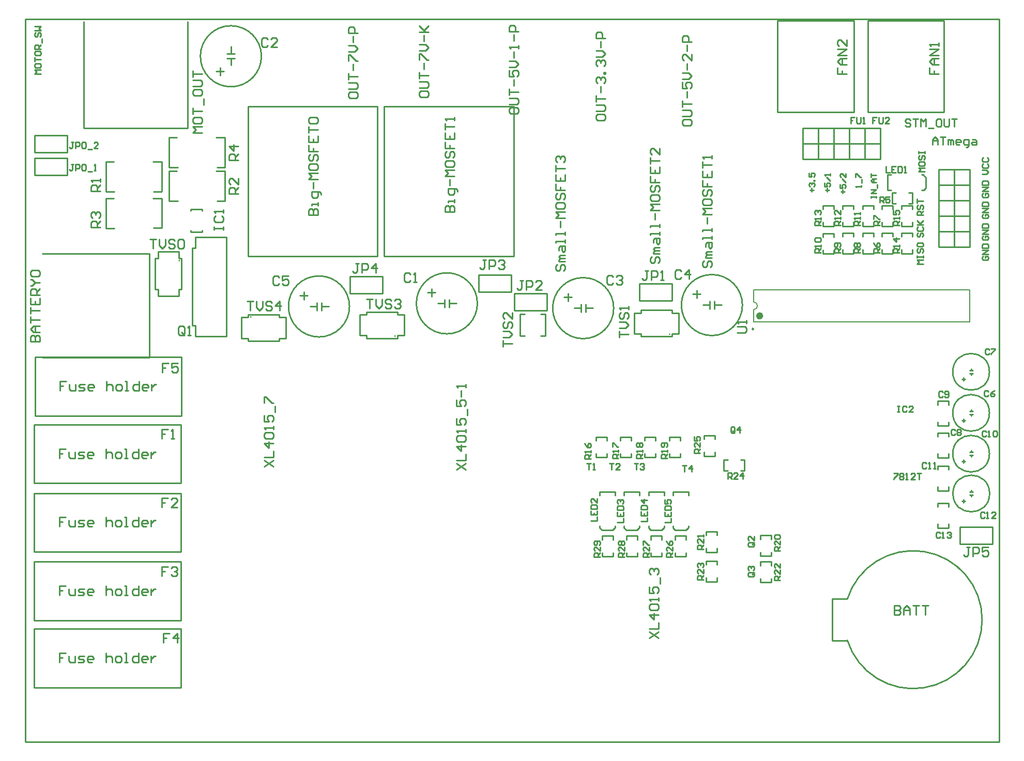
<source format=gto>
G04 Layer_Color=65535*
%FSAX25Y25*%
%MOIN*%
G70*
G01*
G75*
%ADD28C,0.01000*%
%ADD55C,0.00787*%
%ADD56C,0.00984*%
%ADD57C,0.02362*%
D28*
X0251962Y0454720D02*
G03*
X0251962Y0454720I-0019685J0000000D01*
G01*
X0199029Y0322835D02*
G03*
X0199029Y0322835I-0000100J0000000D01*
G01*
X0245069Y0286528D02*
G03*
X0245069Y0286528I-0000100J0000000D01*
G01*
X0308740Y0293307D02*
G03*
X0308740Y0293307I-0019685J0000000D01*
G01*
X0338179Y0274232D02*
G03*
X0338179Y0274232I-0000100J0000000D01*
G01*
X0391228Y0295307D02*
G03*
X0391228Y0295307I-0019685J0000000D01*
G01*
X0479128Y0292200D02*
G03*
X0479128Y0292200I-0019685J0000000D01*
G01*
X0515277Y0275398D02*
G03*
X0515277Y0275398I-0000100J0000000D01*
G01*
X0562128Y0294200D02*
G03*
X0562128Y0294200I-0019685J0000000D01*
G01*
X0721411Y0251121D02*
G03*
X0721411Y0251121I-0011811J0000000D01*
G01*
Y0224621D02*
G03*
X0721411Y0224621I-0011811J0000000D01*
G01*
Y0198279D02*
G03*
X0721411Y0198279I-0011811J0000000D01*
G01*
X0721511Y0172579D02*
G03*
X0721511Y0172579I-0011811J0000000D01*
G01*
X0629777Y0077897D02*
G03*
X0629777Y0104503I0042453J0013303D01*
G01*
X0137395Y0408263D02*
Y0477161D01*
Y0408263D02*
X0204324D01*
Y0477161D01*
X0110782Y0260435D02*
X0179680D01*
Y0327365D01*
X0110782D02*
X0179680D01*
X0641100Y0388200D02*
Y0408200D01*
X0631100Y0388200D02*
Y0408200D01*
X0650100Y0398200D02*
X0651100D01*
X0601100D02*
X0650100D01*
X0621100Y0388200D02*
Y0408200D01*
X0611100Y0388200D02*
Y0389200D01*
Y0408200D01*
X0601100Y0388200D02*
Y0408200D01*
X0651100D01*
Y0388200D02*
Y0408200D01*
X0601100Y0388200D02*
X0651100D01*
X0527348Y0171200D02*
Y0173700D01*
X0517348D02*
X0527348D01*
X0517348Y0171200D02*
Y0173700D01*
X0525648Y0148900D02*
X0527348Y0150600D01*
Y0151700D01*
X0518848Y0148900D02*
X0525648D01*
X0517348Y0150400D02*
X0518848Y0148900D01*
X0517348Y0150400D02*
Y0151700D01*
X0511600Y0171200D02*
Y0173700D01*
X0501600D02*
X0511600D01*
X0501600Y0171200D02*
Y0173700D01*
X0509900Y0148900D02*
X0511600Y0150600D01*
Y0151700D01*
X0503100Y0148900D02*
X0509900D01*
X0501600Y0150400D02*
X0503100Y0148900D01*
X0501600Y0150400D02*
Y0151700D01*
X0495852Y0171200D02*
Y0173700D01*
X0485852D02*
X0495852D01*
X0485852Y0171200D02*
Y0173700D01*
X0494152Y0148900D02*
X0495852Y0150600D01*
Y0151700D01*
X0487352Y0148900D02*
X0494152D01*
X0485852Y0150400D02*
X0487352Y0148900D01*
X0485852Y0150400D02*
Y0151700D01*
X0480104Y0171200D02*
Y0173700D01*
X0470104D02*
X0480104D01*
X0470104Y0171200D02*
Y0173700D01*
X0478404Y0148900D02*
X0480104Y0150600D01*
Y0151700D01*
X0471604Y0148900D02*
X0478404D01*
X0470104Y0150400D02*
X0471604Y0148900D01*
X0470104Y0150400D02*
Y0151700D01*
X0655600Y0378200D02*
X0658100D01*
X0655600Y0368200D02*
Y0378200D01*
Y0368200D02*
X0658100D01*
X0678700Y0378200D02*
X0680400Y0376500D01*
X0677600Y0378200D02*
X0678700D01*
X0680400Y0369700D02*
Y0376500D01*
X0678900Y0368200D02*
X0680400Y0369700D01*
X0677600Y0368200D02*
X0678900D01*
X0232277Y0456377D02*
X0234777D01*
X0229777D02*
X0232277D01*
Y0460877D01*
Y0453377D02*
X0234777D01*
X0229777D02*
X0232277D01*
Y0448877D02*
Y0453377D01*
X0222777Y0444877D02*
X0227777D01*
X0225277Y0442377D02*
Y0447377D01*
X0099600Y0478735D02*
X0727553D01*
X0099600Y0012200D02*
Y0478735D01*
X0200000Y0047441D02*
Y0066339D01*
X0105512Y0047441D02*
X0200000D01*
X0105512D02*
Y0066339D01*
X0200000D02*
Y0085236D01*
X0105512D02*
X0200000D01*
X0105512Y0066339D02*
Y0085236D01*
X0200000Y0090748D02*
Y0109646D01*
X0105512Y0090748D02*
X0200000D01*
X0105512D02*
Y0109646D01*
X0200000D02*
Y0128543D01*
X0105512D02*
X0200000D01*
X0105512Y0109646D02*
Y0128543D01*
X0200000Y0135039D02*
Y0153937D01*
X0105512Y0135039D02*
X0200000D01*
X0105512D02*
Y0153937D01*
X0200000D02*
Y0172835D01*
X0105512D02*
X0200000D01*
X0105512Y0153937D02*
Y0172835D01*
X0200000Y0179331D02*
Y0198228D01*
X0105512Y0179331D02*
X0200000D01*
X0105512D02*
Y0198228D01*
X0200000D02*
Y0217126D01*
X0105512D02*
X0200000D01*
X0105512Y0198228D02*
Y0217126D01*
X0151602Y0386568D02*
X0156702D01*
X0151602Y0367369D02*
X0157102D01*
X0151602D02*
Y0386568D01*
X0187602Y0367568D02*
Y0386568D01*
X0187502Y0386668D02*
X0187602Y0386568D01*
X0182002Y0386668D02*
X0187502D01*
X0182402Y0367469D02*
X0187502D01*
X0187602Y0367568D01*
X0326677Y0325590D02*
Y0422441D01*
X0243213D02*
X0326677D01*
X0243213Y0325590D02*
Y0422441D01*
Y0325590D02*
X0326677D01*
X0185236Y0300000D02*
X0198622D01*
Y0304335D01*
X0185236Y0328740D02*
X0198622D01*
Y0324335D02*
Y0328740D01*
Y0324335D02*
X0200429D01*
X0198622Y0304335D02*
X0200429D01*
Y0324335D01*
X0183429Y0304405D02*
Y0324406D01*
X0185236D01*
X0183429Y0304405D02*
X0185236D01*
Y0300000D02*
Y0304405D01*
Y0324406D02*
Y0328740D01*
X0200394Y0222835D02*
Y0241732D01*
X0105905Y0222835D02*
X0200394D01*
X0105905D02*
Y0241732D01*
X0200394D02*
Y0260630D01*
X0105905D02*
X0200394D01*
X0105905Y0241732D02*
Y0260630D01*
X0209488Y0273905D02*
X0229488D01*
X0207488Y0280906D02*
X0209488D01*
X0207488D02*
Y0330906D01*
X0209488Y0337906D02*
X0229488D01*
X0209488Y0273905D02*
Y0280906D01*
X0207488Y0330906D02*
X0209488D01*
Y0337906D01*
X0229488Y0273905D02*
Y0337906D01*
X0223219Y0361463D02*
X0228319D01*
X0222819Y0380663D02*
X0228319D01*
Y0361463D02*
Y0380663D01*
X0192319Y0361463D02*
Y0380463D01*
Y0361463D02*
X0192419Y0361363D01*
X0197919D01*
X0192419Y0380563D02*
X0197519D01*
X0192319Y0380463D02*
X0192419Y0380563D01*
X0223219Y0383117D02*
X0228319D01*
X0222819Y0402317D02*
X0228319D01*
Y0383117D02*
Y0402317D01*
X0192319Y0383117D02*
Y0402117D01*
Y0383117D02*
X0192419Y0383017D01*
X0197919D01*
X0192419Y0402217D02*
X0197519D01*
X0192319Y0402117D02*
X0192419Y0402217D01*
X0206224Y0355862D02*
X0213724D01*
X0206224Y0354862D02*
Y0355862D01*
X0213724Y0354862D02*
Y0355862D01*
X0206224Y0341362D02*
Y0342362D01*
X0213724Y0341362D02*
Y0342362D01*
X0206224Y0341362D02*
X0213724D01*
X0151602Y0362947D02*
X0156702D01*
X0151602Y0343746D02*
X0157102D01*
X0151602D02*
Y0362947D01*
X0187602Y0343947D02*
Y0362947D01*
X0187502Y0363047D02*
X0187602Y0362947D01*
X0182002Y0363047D02*
X0187502D01*
X0182402Y0343847D02*
X0187502D01*
X0187602Y0343947D01*
X0267803Y0272835D02*
Y0286221D01*
X0263469D02*
X0267803D01*
X0239063Y0272835D02*
Y0286221D01*
X0243468D01*
Y0288028D01*
X0263469Y0286221D02*
Y0288028D01*
X0243468D02*
X0263469D01*
X0243398Y0271028D02*
X0263398D01*
X0243398D02*
Y0272835D01*
X0263398Y0271028D02*
Y0272835D01*
X0267803D01*
X0239063D02*
X0243398D01*
X0276713Y0300307D02*
X0281713D01*
X0279213Y0297807D02*
Y0302807D01*
X0283213Y0293307D02*
X0287713D01*
Y0295807D01*
Y0290807D02*
Y0293307D01*
X0290713D02*
X0295213D01*
X0290713D02*
Y0295807D01*
Y0290807D02*
Y0293307D01*
X0315244Y0274539D02*
Y0287925D01*
Y0274539D02*
X0319579D01*
X0343984D02*
Y0287925D01*
X0339579Y0274539D02*
X0343984D01*
X0339579Y0272732D02*
Y0274539D01*
X0319579Y0272732D02*
Y0274539D01*
Y0272732D02*
X0339579D01*
X0319650Y0289732D02*
X0339650D01*
Y0287925D02*
Y0289732D01*
X0319650Y0287925D02*
Y0289732D01*
X0315244Y0287925D02*
X0319650D01*
X0339650D02*
X0343984D01*
X0359201Y0302307D02*
X0364201D01*
X0361701Y0299807D02*
Y0304807D01*
X0365701Y0295307D02*
X0370201D01*
Y0297807D01*
Y0292807D02*
Y0295307D01*
X0373201D02*
X0377701D01*
X0373201D02*
Y0297807D01*
Y0292807D02*
Y0295307D01*
X0447100Y0299200D02*
X0452100D01*
X0449600Y0296700D02*
Y0301700D01*
X0453600Y0292200D02*
X0458100D01*
Y0294700D01*
Y0289700D02*
Y0292200D01*
X0461100D02*
X0465600D01*
X0461100D02*
Y0294700D01*
Y0289700D02*
Y0292200D01*
X0418600Y0288200D02*
X0421600D01*
X0418600Y0274200D02*
Y0288200D01*
Y0274200D02*
X0421600D01*
X0432200Y0288200D02*
X0435200D01*
Y0274200D02*
Y0288200D01*
X0432200Y0274200D02*
X0435200D01*
X0492343Y0275705D02*
Y0289090D01*
Y0275705D02*
X0496677D01*
X0521083D02*
Y0289090D01*
X0516677Y0275705D02*
X0521083D01*
X0516677Y0273898D02*
Y0275705D01*
X0496677Y0273898D02*
Y0275705D01*
Y0273898D02*
X0516677D01*
X0496748Y0290898D02*
X0516748D01*
Y0289090D02*
Y0290898D01*
X0496748Y0289090D02*
Y0290898D01*
X0492343Y0289090D02*
X0496748D01*
X0516748D02*
X0521083D01*
X0530100Y0301200D02*
X0535100D01*
X0532600Y0298700D02*
Y0303700D01*
X0536600Y0294200D02*
X0541100D01*
Y0296700D01*
Y0291700D02*
Y0294200D01*
X0544100D02*
X0548600D01*
X0544100D02*
Y0296700D01*
Y0291700D02*
Y0294200D01*
X0414618Y0325590D02*
Y0422441D01*
X0331153D02*
X0414618D01*
X0331153Y0325590D02*
Y0422441D01*
Y0325590D02*
X0414618D01*
X0315376Y0312700D02*
X0330100D01*
Y0301700D02*
Y0312700D01*
X0309100Y0301700D02*
X0330100D01*
X0309100D02*
Y0312700D01*
X0315376D01*
X0398376Y0313700D02*
X0413100D01*
Y0302700D02*
Y0313700D01*
X0392100Y0302700D02*
X0413100D01*
X0392100D02*
Y0313700D01*
X0398376D01*
X0421376Y0301700D02*
X0436100D01*
Y0290700D02*
Y0301700D01*
X0415100Y0290700D02*
X0436100D01*
X0415100D02*
Y0301700D01*
X0421376D01*
X0502075Y0307976D02*
X0516799D01*
Y0296976D02*
Y0307976D01*
X0495799Y0296976D02*
X0516799D01*
X0495799D02*
Y0307976D01*
X0502075D01*
X0111996Y0388965D02*
X0126720D01*
Y0377965D02*
Y0388965D01*
X0105720Y0377965D02*
X0126720D01*
X0105720D02*
Y0388965D01*
X0111996D01*
Y0403630D02*
X0126720D01*
Y0392630D02*
Y0403630D01*
X0105720Y0392630D02*
X0126720D01*
X0105720D02*
Y0403630D01*
X0111996D01*
X0695100Y0188000D02*
Y0190500D01*
X0688100D02*
X0695100D01*
X0688100Y0188000D02*
Y0190500D01*
X0695100Y0174500D02*
Y0177000D01*
X0688100Y0174500D02*
X0695100D01*
X0688100D02*
Y0177000D01*
X0695100Y0164000D02*
Y0166500D01*
X0688100D02*
X0695100D01*
X0688100Y0164000D02*
Y0166500D01*
X0695100Y0150500D02*
Y0153000D01*
X0688100Y0150500D02*
X0695100D01*
X0688100D02*
Y0153000D01*
X0695100Y0209200D02*
Y0211700D01*
X0688100D02*
X0695100D01*
X0688100Y0209200D02*
Y0211700D01*
X0695100Y0195700D02*
Y0198200D01*
X0688100Y0195700D02*
X0695100D01*
X0688100D02*
Y0198200D01*
X0695100Y0229700D02*
Y0232200D01*
X0688100D02*
X0695100D01*
X0688100Y0229700D02*
Y0232200D01*
X0695100Y0216200D02*
Y0218700D01*
X0688100Y0216200D02*
X0695100D01*
X0688100D02*
Y0218700D01*
X0658546Y0366701D02*
X0661046D01*
X0658546Y0359701D02*
Y0366701D01*
Y0359701D02*
X0661046D01*
X0669346Y0366701D02*
X0671846D01*
Y0359701D02*
Y0366701D01*
X0669346Y0359701D02*
X0671846D01*
X0671864Y0338196D02*
Y0340696D01*
X0664864D02*
X0671864D01*
X0664864Y0338196D02*
Y0340696D01*
X0671864Y0327396D02*
Y0329896D01*
X0664864Y0327396D02*
X0671864D01*
X0664864D02*
Y0329896D01*
X0659100Y0338196D02*
Y0340696D01*
X0652100D02*
X0659100D01*
X0652100Y0338196D02*
Y0340696D01*
X0659100Y0327396D02*
Y0329896D01*
X0652100Y0327396D02*
X0659100D01*
X0652100D02*
Y0329896D01*
X0646541Y0338196D02*
Y0340696D01*
X0639541D02*
X0646541D01*
X0639541Y0338196D02*
Y0340696D01*
X0646541Y0327396D02*
Y0329896D01*
X0639541Y0327396D02*
X0646541D01*
X0639541D02*
Y0329896D01*
X0633793Y0338196D02*
Y0340696D01*
X0626793D02*
X0633793D01*
X0626793Y0338196D02*
Y0340696D01*
X0633793Y0327396D02*
Y0329896D01*
X0626793Y0327396D02*
X0633793D01*
X0626793D02*
Y0329896D01*
X0621143Y0337999D02*
Y0340499D01*
X0614143D02*
X0621143D01*
X0614143Y0337999D02*
Y0340499D01*
X0621143Y0327199D02*
Y0329699D01*
X0614143Y0327199D02*
X0621143D01*
X0614143D02*
Y0329699D01*
X0671864Y0355912D02*
Y0358412D01*
X0664864D02*
X0671864D01*
X0664864Y0355912D02*
Y0358412D01*
X0671864Y0345112D02*
Y0347612D01*
X0664864Y0345112D02*
X0671864D01*
X0664864D02*
Y0347612D01*
X0659100Y0355912D02*
Y0358412D01*
X0652100D02*
X0659100D01*
X0652100Y0355912D02*
Y0358412D01*
X0659100Y0345112D02*
Y0347612D01*
X0652100Y0345112D02*
X0659100D01*
X0652100D02*
Y0347612D01*
X0646541Y0355912D02*
Y0358412D01*
X0639541D02*
X0646541D01*
X0639541Y0355912D02*
Y0358412D01*
X0646541Y0345112D02*
Y0347612D01*
X0639541Y0345112D02*
X0646541D01*
X0639541D02*
Y0347612D01*
X0633793Y0355912D02*
Y0358412D01*
X0626793D02*
X0633793D01*
X0626793Y0355912D02*
Y0358412D01*
X0633793Y0345112D02*
Y0347612D01*
X0626793Y0345112D02*
X0633793D01*
X0626793D02*
Y0347612D01*
X0621046Y0355861D02*
Y0358361D01*
X0614046D02*
X0621046D01*
X0614046Y0355861D02*
Y0358361D01*
X0621046Y0345061D02*
Y0347561D01*
X0614046Y0345061D02*
X0621046D01*
X0614046D02*
Y0347561D01*
X0471603Y0131981D02*
Y0134481D01*
Y0131981D02*
X0478603D01*
Y0134481D01*
X0471603Y0142781D02*
Y0145281D01*
X0478603D01*
Y0142781D02*
Y0145281D01*
X0518650Y0131981D02*
Y0134481D01*
Y0131981D02*
X0525650D01*
Y0134481D01*
X0518650Y0142781D02*
Y0145281D01*
X0525650D01*
Y0142781D02*
Y0145281D01*
X0503099Y0131981D02*
Y0134481D01*
Y0131981D02*
X0510099D01*
Y0134481D01*
X0503099Y0142781D02*
Y0145281D01*
X0510099D01*
Y0142781D02*
Y0145281D01*
X0487253Y0131981D02*
Y0134481D01*
Y0131981D02*
X0494253D01*
Y0134481D01*
X0487253Y0142781D02*
Y0145281D01*
X0494253D01*
Y0142781D02*
Y0145281D01*
X0467666Y0195859D02*
Y0198359D01*
Y0195859D02*
X0474666D01*
Y0198359D01*
X0467666Y0206659D02*
Y0209159D01*
X0474666D01*
Y0206659D02*
Y0209159D01*
X0483414Y0195859D02*
Y0198359D01*
Y0195859D02*
X0490414D01*
Y0198359D01*
X0483414Y0206659D02*
Y0209159D01*
X0490414D01*
Y0206659D02*
Y0209159D01*
X0499162Y0195859D02*
Y0198359D01*
Y0195859D02*
X0506162D01*
Y0198359D01*
X0499162Y0206659D02*
Y0209159D01*
X0506162D01*
Y0206659D02*
Y0209159D01*
X0514910Y0195859D02*
Y0198359D01*
Y0195859D02*
X0521910D01*
Y0198359D01*
X0514910Y0206659D02*
Y0209159D01*
X0521910D01*
Y0206659D02*
Y0209159D01*
X0560918Y0187432D02*
X0563418D01*
Y0194431D01*
X0560918D02*
X0563418D01*
X0550118Y0187432D02*
X0552618D01*
X0550118D02*
Y0194431D01*
X0552618D01*
X0537272Y0196831D02*
Y0199331D01*
Y0196831D02*
X0544272D01*
Y0199331D01*
X0537272Y0207631D02*
Y0210131D01*
X0544272D01*
Y0207631D02*
Y0210131D01*
X0703694Y0246200D02*
X0705663D01*
X0704679Y0245216D02*
Y0247184D01*
X0709600Y0249153D02*
Y0250137D01*
X0710584D01*
X0709600D02*
X0710584D01*
X0708616D02*
X0709600D01*
Y0252105D02*
Y0253090D01*
X0708616Y0252105D02*
X0709600D01*
X0710584D01*
X0703694Y0219700D02*
X0705663D01*
X0704679Y0218716D02*
Y0220684D01*
X0709600Y0222653D02*
Y0223637D01*
X0710584D01*
X0709600D02*
X0710584D01*
X0708616D02*
X0709600D01*
Y0225606D02*
Y0226590D01*
X0708616Y0225606D02*
X0709600D01*
X0710584D01*
X0703694Y0193358D02*
X0705663D01*
X0704679Y0192373D02*
Y0194342D01*
X0709600Y0196310D02*
Y0197294D01*
X0710584D01*
X0709600D02*
X0710584D01*
X0708616D02*
X0709600D01*
Y0199263D02*
Y0200247D01*
X0708616Y0199263D02*
X0709600D01*
X0710584D01*
X0703794Y0167657D02*
X0705763D01*
X0704779Y0166673D02*
Y0168642D01*
X0709700Y0170610D02*
Y0171595D01*
X0710684D01*
X0709700D02*
X0710684D01*
X0708716D02*
X0709700D01*
Y0173563D02*
Y0174547D01*
X0708716Y0173563D02*
X0709700D01*
X0710684D01*
X0573761Y0132326D02*
Y0134827D01*
Y0132326D02*
X0580761D01*
Y0134827D01*
X0573761Y0143126D02*
Y0145626D01*
X0580761D01*
Y0143126D02*
Y0145626D01*
X0545763Y0145525D02*
Y0148025D01*
X0538763D02*
X0545763D01*
X0538763Y0145525D02*
Y0148025D01*
X0545763Y0134725D02*
Y0137225D01*
X0538763Y0134725D02*
X0545763D01*
X0538763D02*
Y0137225D01*
X0573761Y0115326D02*
Y0117826D01*
Y0115326D02*
X0580761D01*
Y0117826D01*
X0573761Y0126127D02*
Y0128627D01*
X0580761D01*
Y0126127D02*
Y0128627D01*
X0545763Y0126525D02*
Y0129025D01*
X0538763D02*
X0545763D01*
X0538763Y0126525D02*
Y0129025D01*
X0545763Y0115725D02*
Y0118225D01*
X0538763Y0115725D02*
X0545763D01*
X0538763D02*
Y0118225D01*
X0727553Y0012200D02*
Y0478735D01*
X0099600Y0012200D02*
X0727553D01*
X0634017Y0418595D02*
Y0477650D01*
X0584805D02*
X0634017D01*
X0584805Y0418595D02*
Y0477650D01*
Y0418595D02*
X0634017D01*
X0692120Y0418594D02*
Y0477649D01*
X0642907D02*
X0692120D01*
X0642907Y0418594D02*
Y0477649D01*
Y0418594D02*
X0692120D01*
X0620065Y0077814D02*
X0629513D01*
X0620065Y0104586D02*
X0629513D01*
X0620065Y0077814D02*
Y0104586D01*
X0688600Y0341700D02*
X0708600D01*
X0688600Y0351700D02*
X0708600D01*
X0698600Y0331700D02*
Y0332700D01*
Y0381700D01*
X0688600Y0361700D02*
X0708600D01*
X0688600Y0371700D02*
X0689600D01*
X0708600D01*
X0688600Y0381700D02*
X0708600D01*
Y0331700D02*
Y0381700D01*
X0688600Y0331700D02*
X0708600D01*
X0688600D02*
Y0381700D01*
X0708643Y0151165D02*
X0723368D01*
Y0140165D02*
Y0151165D01*
X0702368Y0140165D02*
X0723368D01*
X0702368D02*
Y0151165D01*
X0708643D01*
X0670432Y0413365D02*
X0669599Y0414198D01*
X0667933D01*
X0667100Y0413365D01*
Y0412532D01*
X0667933Y0411699D01*
X0669599D01*
X0670432Y0410866D01*
Y0410033D01*
X0669599Y0409200D01*
X0667933D01*
X0667100Y0410033D01*
X0672098Y0414198D02*
X0675431D01*
X0673765D01*
Y0409200D01*
X0677097D02*
Y0414198D01*
X0678763Y0412532D01*
X0680429Y0414198D01*
Y0409200D01*
X0682095Y0408367D02*
X0685427D01*
X0689593Y0414198D02*
X0687927D01*
X0687093Y0413365D01*
Y0410033D01*
X0687927Y0409200D01*
X0689593D01*
X0690426Y0410033D01*
Y0413365D01*
X0689593Y0414198D01*
X0692092D02*
Y0410033D01*
X0692925Y0409200D01*
X0694591D01*
X0695424Y0410033D01*
Y0414198D01*
X0697090D02*
X0700422D01*
X0698756D01*
Y0409200D01*
X0109836Y0443302D02*
X0105838D01*
X0107170Y0444635D01*
X0105838Y0445968D01*
X0109836D01*
X0105838Y0449300D02*
Y0447967D01*
X0106504Y0447301D01*
X0109170D01*
X0109836Y0447967D01*
Y0449300D01*
X0109170Y0449967D01*
X0106504D01*
X0105838Y0449300D01*
Y0451300D02*
Y0453966D01*
Y0452633D01*
X0109836D01*
X0105838Y0457298D02*
Y0455965D01*
X0106504Y0455299D01*
X0109170D01*
X0109836Y0455965D01*
Y0457298D01*
X0109170Y0457964D01*
X0106504D01*
X0105838Y0457298D01*
X0109836Y0459297D02*
X0105838D01*
Y0461297D01*
X0106504Y0461963D01*
X0107837D01*
X0108503Y0461297D01*
Y0459297D01*
Y0460630D02*
X0109836Y0461963D01*
X0110503Y0463296D02*
Y0465962D01*
X0106504Y0469960D02*
X0105838Y0469294D01*
Y0467961D01*
X0106504Y0467295D01*
X0107170D01*
X0107837Y0467961D01*
Y0469294D01*
X0108503Y0469960D01*
X0109170D01*
X0109836Y0469294D01*
Y0467961D01*
X0109170Y0467295D01*
X0105838Y0471293D02*
X0109836D01*
X0108503Y0472626D01*
X0109836Y0473959D01*
X0105838D01*
X0255961Y0465624D02*
X0254961Y0466623D01*
X0252962D01*
X0251962Y0465624D01*
Y0461625D01*
X0252962Y0460625D01*
X0254961D01*
X0255961Y0461625D01*
X0261959Y0460625D02*
X0257960D01*
X0261959Y0464624D01*
Y0465624D01*
X0260959Y0466623D01*
X0258960D01*
X0257960Y0465624D01*
X0282293Y0352362D02*
X0288291D01*
Y0355361D01*
X0287292Y0356361D01*
X0286292D01*
X0285292Y0355361D01*
Y0352362D01*
Y0355361D01*
X0284293Y0356361D01*
X0283293D01*
X0282293Y0355361D01*
Y0352362D01*
X0288291Y0358360D02*
Y0360360D01*
Y0359360D01*
X0284293D01*
Y0358360D01*
X0290291Y0365358D02*
Y0366358D01*
X0289291Y0367357D01*
X0284293D01*
Y0364358D01*
X0285292Y0363359D01*
X0287292D01*
X0288291Y0364358D01*
Y0367357D01*
X0285292Y0369357D02*
Y0373355D01*
X0288291Y0375355D02*
X0282293D01*
X0284293Y0377354D01*
X0282293Y0379353D01*
X0288291D01*
X0282293Y0384352D02*
Y0382352D01*
X0283293Y0381353D01*
X0287292D01*
X0288291Y0382352D01*
Y0384352D01*
X0287292Y0385351D01*
X0283293D01*
X0282293Y0384352D01*
X0283293Y0391350D02*
X0282293Y0390350D01*
Y0388351D01*
X0283293Y0387351D01*
X0284293D01*
X0285292Y0388351D01*
Y0390350D01*
X0286292Y0391350D01*
X0287292D01*
X0288291Y0390350D01*
Y0388351D01*
X0287292Y0387351D01*
X0282293Y0397348D02*
Y0393349D01*
X0285292D01*
Y0395348D01*
Y0393349D01*
X0288291D01*
X0282293Y0403346D02*
Y0399347D01*
X0288291D01*
Y0403346D01*
X0285292Y0399347D02*
Y0401346D01*
X0282293Y0405345D02*
Y0409344D01*
Y0407344D01*
X0288291D01*
X0283293Y0411343D02*
X0282293Y0412343D01*
Y0414342D01*
X0283293Y0415342D01*
X0287292D01*
X0288291Y0414342D01*
Y0412343D01*
X0287292Y0411343D01*
X0283293D01*
X0191597Y0214069D02*
X0187598D01*
Y0211070D01*
X0189598D01*
X0187598D01*
Y0208071D01*
X0193596D02*
X0195596D01*
X0194596D01*
Y0214069D01*
X0193596Y0213069D01*
X0191597Y0169778D02*
X0187598D01*
Y0166779D01*
X0189598D01*
X0187598D01*
Y0163779D01*
X0197595D02*
X0193596D01*
X0197595Y0167778D01*
Y0168778D01*
X0196596Y0169778D01*
X0194596D01*
X0193596Y0168778D01*
X0191597Y0125486D02*
X0187598D01*
Y0122487D01*
X0189598D01*
X0187598D01*
Y0119488D01*
X0193596Y0124487D02*
X0194596Y0125486D01*
X0196596D01*
X0197595Y0124487D01*
Y0123487D01*
X0196596Y0122487D01*
X0195596D01*
X0196596D01*
X0197595Y0121488D01*
Y0120488D01*
X0196596Y0119488D01*
X0194596D01*
X0193596Y0120488D01*
X0192581Y0082179D02*
X0188583D01*
Y0079180D01*
X0190582D01*
X0188583D01*
Y0076181D01*
X0197580D02*
Y0082179D01*
X0194581Y0079180D01*
X0198579D01*
X0191991Y0256589D02*
X0187992D01*
Y0253590D01*
X0189991D01*
X0187992D01*
Y0250590D01*
X0197989Y0256589D02*
X0193990D01*
Y0253590D01*
X0195990Y0254589D01*
X0196989D01*
X0197989Y0253590D01*
Y0251590D01*
X0196989Y0250590D01*
X0194990D01*
X0193990Y0251590D01*
X0221364Y0342520D02*
Y0344519D01*
Y0343519D01*
X0227362D01*
Y0342520D01*
Y0344519D01*
X0222364Y0351517D02*
X0221364Y0350517D01*
Y0348518D01*
X0222364Y0347518D01*
X0226362D01*
X0227362Y0348518D01*
Y0350517D01*
X0226362Y0351517D01*
X0227362Y0353516D02*
Y0355516D01*
Y0354516D01*
X0221364D01*
X0222364Y0353516D01*
X0202227Y0275606D02*
Y0279605D01*
X0201227Y0280604D01*
X0199228D01*
X0198228Y0279605D01*
Y0275606D01*
X0199228Y0274606D01*
X0201227D01*
X0200228Y0276606D02*
X0202227Y0274606D01*
X0201227D02*
X0202227Y0275606D01*
X0204226Y0274606D02*
X0206226D01*
X0205226D01*
Y0280604D01*
X0204226Y0279605D01*
X0148052Y0367818D02*
X0142054D01*
Y0370817D01*
X0143054Y0371817D01*
X0145053D01*
X0146053Y0370817D01*
Y0367818D01*
Y0369818D02*
X0148052Y0371817D01*
Y0373817D02*
Y0375816D01*
Y0374816D01*
X0142054D01*
X0143054Y0373817D01*
X0237205Y0366142D02*
X0231207D01*
Y0369141D01*
X0232206Y0370141D01*
X0234206D01*
X0235205Y0369141D01*
Y0366142D01*
Y0368141D02*
X0237205Y0370141D01*
Y0376138D02*
Y0372140D01*
X0233206Y0376138D01*
X0232206D01*
X0231207Y0375139D01*
Y0373140D01*
X0232206Y0372140D01*
X0148052Y0344197D02*
X0142054D01*
Y0347196D01*
X0143054Y0348195D01*
X0145053D01*
X0146053Y0347196D01*
Y0344197D01*
Y0346196D02*
X0148052Y0348195D01*
X0143054Y0350195D02*
X0142054Y0351194D01*
Y0353194D01*
X0143054Y0354193D01*
X0144054D01*
X0145053Y0353194D01*
Y0352194D01*
Y0353194D01*
X0146053Y0354193D01*
X0147053D01*
X0148052Y0353194D01*
Y0351194D01*
X0147053Y0350195D01*
X0237205Y0387795D02*
X0231207D01*
Y0390794D01*
X0232206Y0391794D01*
X0234206D01*
X0235205Y0390794D01*
Y0387795D01*
Y0389795D02*
X0237205Y0391794D01*
Y0396792D02*
X0231207D01*
X0234206Y0393793D01*
Y0397792D01*
X0180020Y0336805D02*
X0184018D01*
X0182019D01*
Y0330807D01*
X0186018Y0336805D02*
Y0332806D01*
X0188017Y0330807D01*
X0190016Y0332806D01*
Y0336805D01*
X0196014Y0335806D02*
X0195015Y0336805D01*
X0193016D01*
X0192016Y0335806D01*
Y0334806D01*
X0193016Y0333806D01*
X0195015D01*
X0196014Y0332806D01*
Y0331807D01*
X0195015Y0330807D01*
X0193016D01*
X0192016Y0331807D01*
X0198014Y0335806D02*
X0199013Y0336805D01*
X0201013D01*
X0202013Y0335806D01*
Y0331807D01*
X0201013Y0330807D01*
X0199013D01*
X0198014Y0331807D01*
Y0335806D01*
X0103102Y0270800D02*
X0109100D01*
Y0273799D01*
X0108100Y0274799D01*
X0107101D01*
X0106101Y0273799D01*
Y0270800D01*
Y0273799D01*
X0105101Y0274799D01*
X0104102D01*
X0103102Y0273799D01*
Y0270800D01*
X0109100Y0276798D02*
X0105101D01*
X0103102Y0278797D01*
X0105101Y0280797D01*
X0109100D01*
X0106101D01*
Y0276798D01*
X0103102Y0282796D02*
Y0286795D01*
Y0284795D01*
X0109100D01*
X0103102Y0288794D02*
Y0292793D01*
Y0290793D01*
X0109100D01*
X0103102Y0298791D02*
Y0294792D01*
X0109100D01*
Y0298791D01*
X0106101Y0294792D02*
Y0296792D01*
X0109100Y0300790D02*
X0103102D01*
Y0303789D01*
X0104102Y0304789D01*
X0106101D01*
X0107101Y0303789D01*
Y0300790D01*
Y0302790D02*
X0109100Y0304789D01*
X0103102Y0306788D02*
X0104102D01*
X0106101Y0308788D01*
X0104102Y0310787D01*
X0103102D01*
X0106101Y0308788D02*
X0109100D01*
X0104102Y0312786D02*
X0103102Y0313786D01*
Y0315785D01*
X0104102Y0316785D01*
X0108100D01*
X0109100Y0315785D01*
Y0313786D01*
X0108100Y0312786D01*
X0104102D01*
X0522819Y0315931D02*
X0521819Y0316930D01*
X0519820D01*
X0518820Y0315931D01*
Y0311932D01*
X0519820Y0310932D01*
X0521819D01*
X0522819Y0311932D01*
X0527818Y0310932D02*
Y0316930D01*
X0524819Y0313931D01*
X0528817D01*
X0347983Y0314085D02*
X0346983Y0315085D01*
X0344984D01*
X0343984Y0314085D01*
Y0310086D01*
X0344984Y0309087D01*
X0346983D01*
X0347983Y0310086D01*
X0349982Y0309087D02*
X0351982D01*
X0350982D01*
Y0315085D01*
X0349982Y0314085D01*
X0478599Y0312198D02*
X0477599Y0313198D01*
X0475600D01*
X0474600Y0312198D01*
Y0308200D01*
X0475600Y0307200D01*
X0477599D01*
X0478599Y0308200D01*
X0480598Y0312198D02*
X0481598Y0313198D01*
X0483597D01*
X0484597Y0312198D01*
Y0311199D01*
X0483597Y0310199D01*
X0482597D01*
X0483597D01*
X0484597Y0309199D01*
Y0308200D01*
X0483597Y0307200D01*
X0481598D01*
X0480598Y0308200D01*
X0263526Y0312085D02*
X0262527Y0313085D01*
X0260527D01*
X0259528Y0312085D01*
Y0308086D01*
X0260527Y0307087D01*
X0262527D01*
X0263526Y0308086D01*
X0269524Y0313085D02*
X0265526D01*
Y0310086D01*
X0267525Y0311085D01*
X0268525D01*
X0269524Y0310086D01*
Y0308086D01*
X0268525Y0307087D01*
X0266525D01*
X0265526Y0308086D01*
X0482602Y0273200D02*
Y0277199D01*
Y0275199D01*
X0488600D01*
X0482602Y0279198D02*
X0486601D01*
X0488600Y0281197D01*
X0486601Y0283197D01*
X0482602D01*
X0483602Y0289195D02*
X0482602Y0288195D01*
Y0286196D01*
X0483602Y0285196D01*
X0484601D01*
X0485601Y0286196D01*
Y0288195D01*
X0486601Y0289195D01*
X0487600D01*
X0488600Y0288195D01*
Y0286196D01*
X0487600Y0285196D01*
X0488600Y0291194D02*
Y0293194D01*
Y0292194D01*
X0482602D01*
X0483602Y0291194D01*
X0407602Y0267200D02*
Y0271199D01*
Y0269199D01*
X0413600D01*
X0407602Y0273198D02*
X0411601D01*
X0413600Y0275197D01*
X0411601Y0277197D01*
X0407602D01*
X0408602Y0283195D02*
X0407602Y0282195D01*
Y0280196D01*
X0408602Y0279196D01*
X0409601D01*
X0410601Y0280196D01*
Y0282195D01*
X0411601Y0283195D01*
X0412600D01*
X0413600Y0282195D01*
Y0280196D01*
X0412600Y0279196D01*
X0413600Y0289193D02*
Y0285194D01*
X0409601Y0289193D01*
X0408602D01*
X0407602Y0288193D01*
Y0286194D01*
X0408602Y0285194D01*
X0319575Y0297860D02*
X0323573D01*
X0321574D01*
Y0291862D01*
X0325573Y0297860D02*
Y0293862D01*
X0327572Y0291862D01*
X0329572Y0293862D01*
Y0297860D01*
X0335570Y0296861D02*
X0334570Y0297860D01*
X0332571D01*
X0331571Y0296861D01*
Y0295861D01*
X0332571Y0294861D01*
X0334570D01*
X0335570Y0293862D01*
Y0292862D01*
X0334570Y0291862D01*
X0332571D01*
X0331571Y0292862D01*
X0337569Y0296861D02*
X0338569Y0297860D01*
X0340568D01*
X0341568Y0296861D01*
Y0295861D01*
X0340568Y0294861D01*
X0339568D01*
X0340568D01*
X0341568Y0293862D01*
Y0292862D01*
X0340568Y0291862D01*
X0338569D01*
X0337569Y0292862D01*
X0242803Y0296549D02*
X0246802D01*
X0244802D01*
Y0290551D01*
X0248801Y0296549D02*
Y0292550D01*
X0250801Y0290551D01*
X0252800Y0292550D01*
Y0296549D01*
X0258798Y0295550D02*
X0257798Y0296549D01*
X0255799D01*
X0254799Y0295550D01*
Y0294550D01*
X0255799Y0293550D01*
X0257798D01*
X0258798Y0292550D01*
Y0291551D01*
X0257798Y0290551D01*
X0255799D01*
X0254799Y0291551D01*
X0263796Y0290551D02*
Y0296549D01*
X0260797Y0293550D01*
X0264796D01*
X0502102Y0079200D02*
X0508100Y0083199D01*
X0502102D02*
X0508100Y0079200D01*
X0502102Y0085198D02*
X0508100D01*
Y0089197D01*
Y0094195D02*
X0502102D01*
X0505101Y0091196D01*
Y0095195D01*
X0503102Y0097194D02*
X0502102Y0098194D01*
Y0100193D01*
X0503102Y0101193D01*
X0507100D01*
X0508100Y0100193D01*
Y0098194D01*
X0507100Y0097194D01*
X0503102D01*
X0508100Y0103192D02*
Y0105192D01*
Y0104192D01*
X0502102D01*
X0503102Y0103192D01*
X0502102Y0112189D02*
Y0108191D01*
X0505101D01*
X0504101Y0110190D01*
Y0111190D01*
X0505101Y0112189D01*
X0507100D01*
X0508100Y0111190D01*
Y0109190D01*
X0507100Y0108191D01*
X0509100Y0114189D02*
Y0118187D01*
X0503102Y0120187D02*
X0502102Y0121186D01*
Y0123186D01*
X0503102Y0124185D01*
X0504101D01*
X0505101Y0123186D01*
Y0122186D01*
Y0123186D01*
X0506101Y0124185D01*
X0507100D01*
X0508100Y0123186D01*
Y0121186D01*
X0507100Y0120187D01*
X0377860Y0187992D02*
X0383858Y0191991D01*
X0377860D02*
X0383858Y0187992D01*
X0377860Y0193990D02*
X0383858D01*
Y0197989D01*
Y0202987D02*
X0377860D01*
X0380859Y0199988D01*
Y0203987D01*
X0378860Y0205986D02*
X0377860Y0206986D01*
Y0208985D01*
X0378860Y0209985D01*
X0382859D01*
X0383858Y0208985D01*
Y0206986D01*
X0382859Y0205986D01*
X0378860D01*
X0383858Y0211984D02*
Y0213984D01*
Y0212984D01*
X0377860D01*
X0378860Y0211984D01*
X0377860Y0220982D02*
Y0216983D01*
X0380859D01*
X0379860Y0218982D01*
Y0219982D01*
X0380859Y0220982D01*
X0382859D01*
X0383858Y0219982D01*
Y0217982D01*
X0382859Y0216983D01*
X0384858Y0222981D02*
Y0226979D01*
X0377860Y0232978D02*
Y0228979D01*
X0380859D01*
X0379860Y0230978D01*
Y0231978D01*
X0380859Y0232978D01*
X0382859D01*
X0383858Y0231978D01*
Y0229978D01*
X0382859Y0228979D01*
X0380859Y0234977D02*
Y0238976D01*
X0383858Y0240975D02*
Y0242974D01*
Y0241975D01*
X0377860D01*
X0378860Y0240975D01*
X0253844Y0189961D02*
X0259842Y0193959D01*
X0253844D02*
X0259842Y0189961D01*
X0253844Y0195959D02*
X0259842D01*
Y0199957D01*
Y0204956D02*
X0253844D01*
X0256843Y0201957D01*
Y0205956D01*
X0254844Y0207955D02*
X0253844Y0208955D01*
Y0210954D01*
X0254844Y0211953D01*
X0258843D01*
X0259842Y0210954D01*
Y0208955D01*
X0258843Y0207955D01*
X0254844D01*
X0259842Y0213953D02*
Y0215952D01*
Y0214953D01*
X0253844D01*
X0254844Y0213953D01*
X0253844Y0222950D02*
Y0218951D01*
X0256843D01*
X0255844Y0220951D01*
Y0221950D01*
X0256843Y0222950D01*
X0258843D01*
X0259842Y0221950D01*
Y0219951D01*
X0258843Y0218951D01*
X0260842Y0224949D02*
Y0228948D01*
X0253844Y0230947D02*
Y0234946D01*
X0254844D01*
X0258843Y0230947D01*
X0259842D01*
X0370234Y0354331D02*
X0376232D01*
Y0357330D01*
X0375233Y0358329D01*
X0374233D01*
X0373233Y0357330D01*
Y0354331D01*
Y0357330D01*
X0372234Y0358329D01*
X0371234D01*
X0370234Y0357330D01*
Y0354331D01*
X0376232Y0360329D02*
Y0362328D01*
Y0361329D01*
X0372234D01*
Y0360329D01*
X0378232Y0367326D02*
Y0368326D01*
X0377232Y0369326D01*
X0372234D01*
Y0366327D01*
X0373233Y0365327D01*
X0375233D01*
X0376232Y0366327D01*
Y0369326D01*
X0373233Y0371325D02*
Y0375324D01*
X0376232Y0377323D02*
X0370234D01*
X0372234Y0379323D01*
X0370234Y0381322D01*
X0376232D01*
X0370234Y0386320D02*
Y0384321D01*
X0371234Y0383321D01*
X0375233D01*
X0376232Y0384321D01*
Y0386320D01*
X0375233Y0387320D01*
X0371234D01*
X0370234Y0386320D01*
X0371234Y0393318D02*
X0370234Y0392318D01*
Y0390319D01*
X0371234Y0389319D01*
X0372234D01*
X0373233Y0390319D01*
Y0392318D01*
X0374233Y0393318D01*
X0375233D01*
X0376232Y0392318D01*
Y0390319D01*
X0375233Y0389319D01*
X0370234Y0399316D02*
Y0395318D01*
X0373233D01*
Y0397317D01*
Y0395318D01*
X0376232D01*
X0370234Y0405314D02*
Y0401315D01*
X0376232D01*
Y0405314D01*
X0373233Y0401315D02*
Y0403315D01*
X0370234Y0407314D02*
Y0411312D01*
Y0409313D01*
X0376232D01*
Y0413312D02*
Y0415311D01*
Y0414311D01*
X0370234D01*
X0371234Y0413312D01*
X0467602Y0416199D02*
Y0414200D01*
X0468602Y0413200D01*
X0472600D01*
X0473600Y0414200D01*
Y0416199D01*
X0472600Y0417199D01*
X0468602D01*
X0467602Y0416199D01*
Y0419198D02*
X0472600D01*
X0473600Y0420198D01*
Y0422197D01*
X0472600Y0423197D01*
X0467602D01*
Y0425196D02*
Y0429195D01*
Y0427196D01*
X0473600D01*
X0470601Y0431194D02*
Y0435193D01*
X0468602Y0437192D02*
X0467602Y0438192D01*
Y0440191D01*
X0468602Y0441191D01*
X0469601D01*
X0470601Y0440191D01*
Y0439192D01*
Y0440191D01*
X0471601Y0441191D01*
X0472600D01*
X0473600Y0440191D01*
Y0438192D01*
X0472600Y0437192D01*
X0473600Y0443190D02*
X0472600D01*
Y0444190D01*
X0473600D01*
Y0443190D01*
X0468602Y0448189D02*
X0467602Y0449188D01*
Y0451188D01*
X0468602Y0452187D01*
X0469601D01*
X0470601Y0451188D01*
Y0450188D01*
Y0451188D01*
X0471601Y0452187D01*
X0472600D01*
X0473600Y0451188D01*
Y0449188D01*
X0472600Y0448189D01*
X0467602Y0454187D02*
X0471601D01*
X0473600Y0456186D01*
X0471601Y0458185D01*
X0467602D01*
X0470601Y0460185D02*
Y0464184D01*
X0473600Y0466183D02*
X0467602D01*
Y0469182D01*
X0468602Y0470182D01*
X0470601D01*
X0471601Y0469182D01*
Y0466183D01*
X0411602Y0420699D02*
Y0418700D01*
X0412602Y0417700D01*
X0416600D01*
X0417600Y0418700D01*
Y0420699D01*
X0416600Y0421699D01*
X0412602D01*
X0411602Y0420699D01*
Y0423698D02*
X0416600D01*
X0417600Y0424698D01*
Y0426697D01*
X0416600Y0427697D01*
X0411602D01*
Y0429696D02*
Y0433695D01*
Y0431696D01*
X0417600D01*
X0414601Y0435694D02*
Y0439693D01*
X0411602Y0445691D02*
Y0441692D01*
X0414601D01*
X0413601Y0443692D01*
Y0444691D01*
X0414601Y0445691D01*
X0416600D01*
X0417600Y0444691D01*
Y0442692D01*
X0416600Y0441692D01*
X0411602Y0447690D02*
X0415601D01*
X0417600Y0449690D01*
X0415601Y0451689D01*
X0411602D01*
X0414601Y0453688D02*
Y0457687D01*
X0417600Y0459686D02*
Y0461686D01*
Y0460686D01*
X0411602D01*
X0412602Y0459686D01*
X0414601Y0464685D02*
Y0468683D01*
X0417600Y0470683D02*
X0411602D01*
Y0473682D01*
X0412602Y0474682D01*
X0414601D01*
X0415601Y0473682D01*
Y0470683D01*
X0523396Y0413038D02*
Y0411039D01*
X0524395Y0410039D01*
X0528394D01*
X0529394Y0411039D01*
Y0413038D01*
X0528394Y0414038D01*
X0524395D01*
X0523396Y0413038D01*
Y0416038D02*
X0528394D01*
X0529394Y0417037D01*
Y0419036D01*
X0528394Y0420036D01*
X0523396D01*
Y0422036D02*
Y0426034D01*
Y0424035D01*
X0529394D01*
X0526395Y0428034D02*
Y0432032D01*
X0523396Y0438030D02*
Y0434032D01*
X0526395D01*
X0525395Y0436031D01*
Y0437031D01*
X0526395Y0438030D01*
X0528394D01*
X0529394Y0437031D01*
Y0435031D01*
X0528394Y0434032D01*
X0523396Y0440030D02*
X0527394D01*
X0529394Y0442029D01*
X0527394Y0444028D01*
X0523396D01*
X0526395Y0446028D02*
Y0450027D01*
X0529394Y0456025D02*
Y0452026D01*
X0525395Y0456025D01*
X0524395D01*
X0523396Y0455025D01*
Y0453025D01*
X0524395Y0452026D01*
X0526395Y0458024D02*
Y0462023D01*
X0529394Y0464022D02*
X0523396D01*
Y0467021D01*
X0524395Y0468021D01*
X0526395D01*
X0527394Y0467021D01*
Y0464022D01*
X0353602Y0431199D02*
Y0429200D01*
X0354602Y0428200D01*
X0358600D01*
X0359600Y0429200D01*
Y0431199D01*
X0358600Y0432199D01*
X0354602D01*
X0353602Y0431199D01*
Y0434198D02*
X0358600D01*
X0359600Y0435198D01*
Y0437197D01*
X0358600Y0438197D01*
X0353602D01*
Y0440196D02*
Y0444195D01*
Y0442196D01*
X0359600D01*
X0356601Y0446194D02*
Y0450193D01*
X0353602Y0452192D02*
Y0456191D01*
X0354602D01*
X0358600Y0452192D01*
X0359600D01*
X0353602Y0458190D02*
X0357601D01*
X0359600Y0460190D01*
X0357601Y0462189D01*
X0353602D01*
X0356601Y0464188D02*
Y0468187D01*
X0353602Y0470186D02*
X0359600D01*
X0357601D01*
X0353602Y0474185D01*
X0356601Y0471186D01*
X0359600Y0474185D01*
X0307948Y0430782D02*
Y0428782D01*
X0308948Y0427783D01*
X0312947D01*
X0313947Y0428782D01*
Y0430782D01*
X0312947Y0431781D01*
X0308948D01*
X0307948Y0430782D01*
Y0433781D02*
X0312947D01*
X0313947Y0434780D01*
Y0436780D01*
X0312947Y0437779D01*
X0307948D01*
Y0439779D02*
Y0443778D01*
Y0441778D01*
X0313947D01*
X0310947Y0445777D02*
Y0449776D01*
X0307948Y0451775D02*
Y0455774D01*
X0308948D01*
X0312947Y0451775D01*
X0313947D01*
X0307948Y0457773D02*
X0311947D01*
X0313947Y0459772D01*
X0311947Y0461772D01*
X0307948D01*
X0310947Y0463771D02*
Y0467770D01*
X0313947Y0469769D02*
X0307948D01*
Y0472768D01*
X0308948Y0473768D01*
X0310947D01*
X0311947Y0472768D01*
Y0469769D01*
X0537258Y0322583D02*
X0536258Y0321584D01*
Y0319584D01*
X0537258Y0318585D01*
X0538258D01*
X0539257Y0319584D01*
Y0321584D01*
X0540257Y0322583D01*
X0541257D01*
X0542256Y0321584D01*
Y0319584D01*
X0541257Y0318585D01*
X0542256Y0324583D02*
X0538258D01*
Y0325582D01*
X0539257Y0326582D01*
X0542256D01*
X0539257D01*
X0538258Y0327582D01*
X0539257Y0328581D01*
X0542256D01*
X0538258Y0331580D02*
Y0333580D01*
X0539257Y0334579D01*
X0542256D01*
Y0331580D01*
X0541257Y0330581D01*
X0540257Y0331580D01*
Y0334579D01*
X0542256Y0336579D02*
Y0338578D01*
Y0337579D01*
X0536258D01*
Y0336579D01*
X0542256Y0341577D02*
Y0343577D01*
Y0342577D01*
X0536258D01*
Y0341577D01*
X0539257Y0346576D02*
Y0350574D01*
X0542256Y0352574D02*
X0536258D01*
X0538258Y0354573D01*
X0536258Y0356572D01*
X0542256D01*
X0536258Y0361571D02*
Y0359571D01*
X0537258Y0358572D01*
X0541257D01*
X0542256Y0359571D01*
Y0361571D01*
X0541257Y0362570D01*
X0537258D01*
X0536258Y0361571D01*
X0537258Y0368568D02*
X0536258Y0367569D01*
Y0365569D01*
X0537258Y0364570D01*
X0538258D01*
X0539257Y0365569D01*
Y0367569D01*
X0540257Y0368568D01*
X0541257D01*
X0542256Y0367569D01*
Y0365569D01*
X0541257Y0364570D01*
X0536258Y0374567D02*
Y0370568D01*
X0539257D01*
Y0372567D01*
Y0370568D01*
X0542256D01*
X0536258Y0380565D02*
Y0376566D01*
X0542256D01*
Y0380565D01*
X0539257Y0376566D02*
Y0378565D01*
X0536258Y0382564D02*
Y0386563D01*
Y0384563D01*
X0542256D01*
Y0388562D02*
Y0390561D01*
Y0389562D01*
X0536258D01*
X0537258Y0388562D01*
X0503602Y0325199D02*
X0502602Y0324199D01*
Y0322200D01*
X0503602Y0321200D01*
X0504601D01*
X0505601Y0322200D01*
Y0324199D01*
X0506601Y0325199D01*
X0507600D01*
X0508600Y0324199D01*
Y0322200D01*
X0507600Y0321200D01*
X0508600Y0327198D02*
X0504601D01*
Y0328198D01*
X0505601Y0329197D01*
X0508600D01*
X0505601D01*
X0504601Y0330197D01*
X0505601Y0331197D01*
X0508600D01*
X0504601Y0334196D02*
Y0336195D01*
X0505601Y0337195D01*
X0508600D01*
Y0334196D01*
X0507600Y0333196D01*
X0506601Y0334196D01*
Y0337195D01*
X0508600Y0339194D02*
Y0341194D01*
Y0340194D01*
X0502602D01*
Y0339194D01*
X0508600Y0344193D02*
Y0346192D01*
Y0345192D01*
X0502602D01*
Y0344193D01*
X0505601Y0349191D02*
Y0353190D01*
X0508600Y0355189D02*
X0502602D01*
X0504601Y0357188D01*
X0502602Y0359188D01*
X0508600D01*
X0502602Y0364186D02*
Y0362187D01*
X0503602Y0361187D01*
X0507600D01*
X0508600Y0362187D01*
Y0364186D01*
X0507600Y0365186D01*
X0503602D01*
X0502602Y0364186D01*
X0503602Y0371184D02*
X0502602Y0370184D01*
Y0368185D01*
X0503602Y0367185D01*
X0504601D01*
X0505601Y0368185D01*
Y0370184D01*
X0506601Y0371184D01*
X0507600D01*
X0508600Y0370184D01*
Y0368185D01*
X0507600Y0367185D01*
X0502602Y0377182D02*
Y0373183D01*
X0505601D01*
Y0375183D01*
Y0373183D01*
X0508600D01*
X0502602Y0383180D02*
Y0379181D01*
X0508600D01*
Y0383180D01*
X0505601Y0379181D02*
Y0381181D01*
X0502602Y0385179D02*
Y0389178D01*
Y0387179D01*
X0508600D01*
Y0395176D02*
Y0391177D01*
X0504601Y0395176D01*
X0503602D01*
X0502602Y0394176D01*
Y0392177D01*
X0503602Y0391177D01*
X0442602Y0320199D02*
X0441602Y0319199D01*
Y0317200D01*
X0442602Y0316200D01*
X0443601D01*
X0444601Y0317200D01*
Y0319199D01*
X0445601Y0320199D01*
X0446600D01*
X0447600Y0319199D01*
Y0317200D01*
X0446600Y0316200D01*
X0447600Y0322198D02*
X0443601D01*
Y0323198D01*
X0444601Y0324197D01*
X0447600D01*
X0444601D01*
X0443601Y0325197D01*
X0444601Y0326197D01*
X0447600D01*
X0443601Y0329196D02*
Y0331195D01*
X0444601Y0332195D01*
X0447600D01*
Y0329196D01*
X0446600Y0328196D01*
X0445601Y0329196D01*
Y0332195D01*
X0447600Y0334194D02*
Y0336193D01*
Y0335194D01*
X0441602D01*
Y0334194D01*
X0447600Y0339193D02*
Y0341192D01*
Y0340192D01*
X0441602D01*
Y0339193D01*
X0444601Y0344191D02*
Y0348190D01*
X0447600Y0350189D02*
X0441602D01*
X0443601Y0352188D01*
X0441602Y0354188D01*
X0447600D01*
X0441602Y0359186D02*
Y0357187D01*
X0442602Y0356187D01*
X0446600D01*
X0447600Y0357187D01*
Y0359186D01*
X0446600Y0360186D01*
X0442602D01*
X0441602Y0359186D01*
X0442602Y0366184D02*
X0441602Y0365184D01*
Y0363185D01*
X0442602Y0362185D01*
X0443601D01*
X0444601Y0363185D01*
Y0365184D01*
X0445601Y0366184D01*
X0446600D01*
X0447600Y0365184D01*
Y0363185D01*
X0446600Y0362185D01*
X0441602Y0372182D02*
Y0368183D01*
X0444601D01*
Y0370182D01*
Y0368183D01*
X0447600D01*
X0441602Y0378180D02*
Y0374181D01*
X0447600D01*
Y0378180D01*
X0444601Y0374181D02*
Y0376181D01*
X0441602Y0380179D02*
Y0384178D01*
Y0382179D01*
X0447600D01*
X0442602Y0386177D02*
X0441602Y0387177D01*
Y0389176D01*
X0442602Y0390176D01*
X0443601D01*
X0444601Y0389176D01*
Y0388177D01*
Y0389176D01*
X0445601Y0390176D01*
X0446600D01*
X0447600Y0389176D01*
Y0387177D01*
X0446600Y0386177D01*
X0130773Y0384940D02*
X0129462D01*
X0130117D01*
Y0381660D01*
X0129462Y0381004D01*
X0128806D01*
X0128150Y0381660D01*
X0132085Y0381004D02*
Y0384940D01*
X0134053D01*
X0134709Y0384284D01*
Y0382972D01*
X0134053Y0382316D01*
X0132085D01*
X0136021Y0384284D02*
X0136677Y0384940D01*
X0137989D01*
X0138645Y0384284D01*
Y0381660D01*
X0137989Y0381004D01*
X0136677D01*
X0136021Y0381660D01*
Y0384284D01*
X0139957Y0380348D02*
X0142581D01*
X0143893Y0381004D02*
X0145204D01*
X0144548D01*
Y0384940D01*
X0143893Y0384284D01*
X0130773Y0399310D02*
X0129462D01*
X0130117D01*
Y0396030D01*
X0129462Y0395374D01*
X0128806D01*
X0128150Y0396030D01*
X0132085Y0395374D02*
Y0399310D01*
X0134053D01*
X0134709Y0398654D01*
Y0397342D01*
X0134053Y0396686D01*
X0132085D01*
X0136021Y0398654D02*
X0136677Y0399310D01*
X0137989D01*
X0138645Y0398654D01*
Y0396030D01*
X0137989Y0395374D01*
X0136677D01*
X0136021Y0396030D01*
Y0398654D01*
X0139957Y0394718D02*
X0142581D01*
X0146516Y0395374D02*
X0143893D01*
X0146516Y0397998D01*
Y0398654D01*
X0145860Y0399310D01*
X0144548D01*
X0143893Y0398654D01*
X0501361Y0316349D02*
X0499362D01*
X0500361D01*
Y0311350D01*
X0499362Y0310350D01*
X0498362D01*
X0497362Y0311350D01*
X0503360Y0310350D02*
Y0316349D01*
X0506359D01*
X0507359Y0315349D01*
Y0313349D01*
X0506359Y0312350D01*
X0503360D01*
X0509358Y0310350D02*
X0511358D01*
X0510358D01*
Y0316349D01*
X0509358Y0315349D01*
X0420662Y0310072D02*
X0418662D01*
X0419662D01*
Y0305074D01*
X0418662Y0304074D01*
X0417663D01*
X0416663Y0305074D01*
X0422661Y0304074D02*
Y0310072D01*
X0425660D01*
X0426660Y0309072D01*
Y0307073D01*
X0425660Y0306073D01*
X0422661D01*
X0432658Y0304074D02*
X0428659D01*
X0432658Y0308073D01*
Y0309072D01*
X0431658Y0310072D01*
X0429659D01*
X0428659Y0309072D01*
X0396649Y0323248D02*
X0394649D01*
X0395649D01*
Y0318250D01*
X0394649Y0317250D01*
X0393650D01*
X0392650Y0318250D01*
X0398648Y0317250D02*
Y0323248D01*
X0401647D01*
X0402647Y0322248D01*
Y0320249D01*
X0401647Y0319249D01*
X0398648D01*
X0404646Y0322248D02*
X0405646Y0323248D01*
X0407645D01*
X0408645Y0322248D01*
Y0321249D01*
X0407645Y0320249D01*
X0406645D01*
X0407645D01*
X0408645Y0319249D01*
Y0318250D01*
X0407645Y0317250D01*
X0405646D01*
X0404646Y0318250D01*
X0314662Y0321072D02*
X0312662D01*
X0313662D01*
Y0316074D01*
X0312662Y0315074D01*
X0311663D01*
X0310663Y0316074D01*
X0316661Y0315074D02*
Y0321072D01*
X0319660D01*
X0320660Y0320072D01*
Y0318073D01*
X0319660Y0317073D01*
X0316661D01*
X0325658Y0315074D02*
Y0321072D01*
X0322659Y0318073D01*
X0326658D01*
X0659600Y0185636D02*
X0662224D01*
Y0184980D01*
X0659600Y0182356D01*
Y0181700D01*
X0663536Y0184980D02*
X0664192Y0185636D01*
X0665504D01*
X0666160Y0184980D01*
Y0184324D01*
X0665504Y0183668D01*
X0666160Y0183012D01*
Y0182356D01*
X0665504Y0181700D01*
X0664192D01*
X0663536Y0182356D01*
Y0183012D01*
X0664192Y0183668D01*
X0663536Y0184324D01*
Y0184980D01*
X0664192Y0183668D02*
X0665504D01*
X0667472Y0181700D02*
X0668783D01*
X0668127D01*
Y0185636D01*
X0667472Y0184980D01*
X0673375Y0181700D02*
X0670751D01*
X0673375Y0184324D01*
Y0184980D01*
X0672719Y0185636D01*
X0671407D01*
X0670751Y0184980D01*
X0674687Y0185636D02*
X0677311D01*
X0675999D01*
Y0181700D01*
X0680724Y0191980D02*
X0680068Y0192636D01*
X0678756D01*
X0678100Y0191980D01*
Y0189356D01*
X0678756Y0188700D01*
X0680068D01*
X0680724Y0189356D01*
X0682036Y0188700D02*
X0683348D01*
X0682692D01*
Y0192636D01*
X0682036Y0191980D01*
X0685316Y0188700D02*
X0686627D01*
X0685971D01*
Y0192636D01*
X0685316Y0191980D01*
X0689555Y0147158D02*
X0688899Y0147814D01*
X0687587D01*
X0686931Y0147158D01*
Y0144534D01*
X0687587Y0143878D01*
X0688899D01*
X0689555Y0144534D01*
X0690866Y0143878D02*
X0692178D01*
X0691522D01*
Y0147814D01*
X0690866Y0147158D01*
X0694146D02*
X0694802Y0147814D01*
X0696114D01*
X0696770Y0147158D01*
Y0146502D01*
X0696114Y0145846D01*
X0695458D01*
X0696114D01*
X0696770Y0145190D01*
Y0144534D01*
X0696114Y0143878D01*
X0694802D01*
X0694146Y0144534D01*
X0568905Y0140973D02*
X0566282D01*
X0565626Y0140317D01*
Y0139005D01*
X0566282Y0138349D01*
X0568905D01*
X0569561Y0139005D01*
Y0140317D01*
X0568250Y0139661D02*
X0569561Y0140973D01*
Y0140317D02*
X0568905Y0140973D01*
X0569561Y0144908D02*
Y0142285D01*
X0566938Y0144908D01*
X0566282D01*
X0565626Y0144252D01*
Y0142940D01*
X0566282Y0142285D01*
X0568905Y0121681D02*
X0566282D01*
X0565626Y0121025D01*
Y0119713D01*
X0566282Y0119058D01*
X0568905D01*
X0569561Y0119713D01*
Y0121025D01*
X0568250Y0120369D02*
X0569561Y0121681D01*
Y0121025D02*
X0568905Y0121681D01*
X0566282Y0122993D02*
X0565626Y0123649D01*
Y0124961D01*
X0566282Y0125617D01*
X0566938D01*
X0567593Y0124961D01*
Y0124305D01*
Y0124961D01*
X0568250Y0125617D01*
X0568905D01*
X0569561Y0124961D01*
Y0123649D01*
X0568905Y0122993D01*
X0586490Y0135593D02*
X0582555D01*
Y0137561D01*
X0583211Y0138217D01*
X0584523D01*
X0585179Y0137561D01*
Y0135593D01*
Y0136905D02*
X0586490Y0138217D01*
Y0142153D02*
Y0139529D01*
X0583867Y0142153D01*
X0583211D01*
X0582555Y0141497D01*
Y0140185D01*
X0583211Y0139529D01*
Y0143464D02*
X0582555Y0144120D01*
Y0145432D01*
X0583211Y0146088D01*
X0585835D01*
X0586490Y0145432D01*
Y0144120D01*
X0585835Y0143464D01*
X0583211D01*
X0536884Y0136774D02*
X0532948D01*
Y0138742D01*
X0533604Y0139398D01*
X0534916D01*
X0535572Y0138742D01*
Y0136774D01*
Y0138086D02*
X0536884Y0139398D01*
Y0143334D02*
Y0140710D01*
X0534260Y0143334D01*
X0533604D01*
X0532948Y0142678D01*
Y0141366D01*
X0533604Y0140710D01*
X0536884Y0144646D02*
Y0145957D01*
Y0145301D01*
X0532948D01*
X0533604Y0144646D01*
X0586490Y0116695D02*
X0582555D01*
Y0118663D01*
X0583211Y0119319D01*
X0584523D01*
X0585179Y0118663D01*
Y0116695D01*
Y0118007D02*
X0586490Y0119319D01*
Y0123255D02*
Y0120631D01*
X0583867Y0123255D01*
X0583211D01*
X0582555Y0122599D01*
Y0121287D01*
X0583211Y0120631D01*
X0586490Y0127191D02*
Y0124567D01*
X0583867Y0127191D01*
X0583211D01*
X0582555Y0126535D01*
Y0125223D01*
X0583211Y0124567D01*
X0536884Y0117089D02*
X0532948D01*
Y0119057D01*
X0533604Y0119713D01*
X0534916D01*
X0535572Y0119057D01*
Y0117089D01*
Y0118401D02*
X0536884Y0119713D01*
Y0123649D02*
Y0121025D01*
X0534260Y0123649D01*
X0533604D01*
X0532948Y0122993D01*
Y0121681D01*
X0533604Y0121025D01*
Y0124960D02*
X0532948Y0125616D01*
Y0126928D01*
X0533604Y0127584D01*
X0534260D01*
X0534916Y0126928D01*
Y0126272D01*
Y0126928D01*
X0535572Y0127584D01*
X0536228D01*
X0536884Y0126928D01*
Y0125616D01*
X0536228Y0124960D01*
X0558822Y0276350D02*
X0563820D01*
X0564820Y0277350D01*
Y0279349D01*
X0563820Y0280349D01*
X0558822D01*
X0564820Y0282348D02*
Y0284347D01*
Y0283348D01*
X0558822D01*
X0559822Y0282348D01*
X0699224Y0213480D02*
X0698568Y0214136D01*
X0697256D01*
X0696600Y0213480D01*
Y0210856D01*
X0697256Y0210200D01*
X0698568D01*
X0699224Y0210856D01*
X0700536Y0213480D02*
X0701192Y0214136D01*
X0702504D01*
X0703160Y0213480D01*
Y0212824D01*
X0702504Y0212168D01*
X0703160Y0211512D01*
Y0210856D01*
X0702504Y0210200D01*
X0701192D01*
X0700536Y0210856D01*
Y0211512D01*
X0701192Y0212168D01*
X0700536Y0212824D01*
Y0213480D01*
X0701192Y0212168D02*
X0702504D01*
X0691224Y0237980D02*
X0690568Y0238636D01*
X0689256D01*
X0688600Y0237980D01*
Y0235356D01*
X0689256Y0234700D01*
X0690568D01*
X0691224Y0235356D01*
X0692536D02*
X0693192Y0234700D01*
X0694504D01*
X0695160Y0235356D01*
Y0237980D01*
X0694504Y0238636D01*
X0693192D01*
X0692536Y0237980D01*
Y0237324D01*
X0693192Y0236668D01*
X0695160D01*
X0662100Y0229136D02*
X0663412D01*
X0662756D01*
Y0225200D01*
X0662100D01*
X0663412D01*
X0668004Y0228480D02*
X0667348Y0229136D01*
X0666036D01*
X0665380Y0228480D01*
Y0225856D01*
X0666036Y0225200D01*
X0667348D01*
X0668004Y0225856D01*
X0671939Y0225200D02*
X0669315D01*
X0671939Y0227824D01*
Y0228480D01*
X0671283Y0229136D01*
X0669972D01*
X0669315Y0228480D01*
X0461718Y0191927D02*
X0464342D01*
X0463030D01*
Y0187991D01*
X0465654D02*
X0466966D01*
X0466310D01*
Y0191927D01*
X0465654Y0191271D01*
X0476482Y0191927D02*
X0479106D01*
X0477794D01*
Y0187991D01*
X0483041D02*
X0480418D01*
X0483041Y0190615D01*
Y0191271D01*
X0482385Y0191927D01*
X0481074D01*
X0480418Y0191271D01*
X0492230Y0191927D02*
X0494854D01*
X0493542D01*
Y0187991D01*
X0496166Y0191271D02*
X0496822Y0191927D01*
X0498134D01*
X0498790Y0191271D01*
Y0190615D01*
X0498134Y0189959D01*
X0497478D01*
X0498134D01*
X0498790Y0189303D01*
Y0188647D01*
X0498134Y0187991D01*
X0496822D01*
X0496166Y0188647D01*
X0523362Y0190511D02*
X0525986D01*
X0524674D01*
Y0186576D01*
X0529266D02*
Y0190511D01*
X0527298Y0188543D01*
X0529922D01*
X0650600Y0360200D02*
Y0364136D01*
X0652568D01*
X0653224Y0363480D01*
Y0362168D01*
X0652568Y0361512D01*
X0650600D01*
X0651912D02*
X0653224Y0360200D01*
X0657160Y0364136D02*
X0654536D01*
Y0362168D01*
X0655848Y0362824D01*
X0656504D01*
X0657160Y0362168D01*
Y0360856D01*
X0656504Y0360200D01*
X0655192D01*
X0654536Y0360856D01*
X0650678Y0327894D02*
X0646742D01*
Y0329862D01*
X0647398Y0330518D01*
X0648710D01*
X0649366Y0329862D01*
Y0327894D01*
Y0329206D02*
X0650678Y0330518D01*
X0646742Y0334453D02*
X0647398Y0333141D01*
X0648710Y0331829D01*
X0650022D01*
X0650678Y0332485D01*
Y0333797D01*
X0650022Y0334453D01*
X0649366D01*
X0648710Y0333797D01*
Y0331829D01*
X0650678Y0345610D02*
X0646742D01*
Y0347578D01*
X0647398Y0348234D01*
X0648710D01*
X0649366Y0347578D01*
Y0345610D01*
Y0346922D02*
X0650678Y0348234D01*
X0646742Y0349546D02*
Y0352170D01*
X0647398D01*
X0650022Y0349546D01*
X0650678D01*
X0638119Y0327894D02*
X0634183D01*
Y0329862D01*
X0634839Y0330518D01*
X0636151D01*
X0636807Y0329862D01*
Y0327894D01*
Y0329206D02*
X0638119Y0330518D01*
X0634839Y0331829D02*
X0634183Y0332485D01*
Y0333797D01*
X0634839Y0334453D01*
X0635495D01*
X0636151Y0333797D01*
X0636807Y0334453D01*
X0637463D01*
X0638119Y0333797D01*
Y0332485D01*
X0637463Y0331829D01*
X0636807D01*
X0636151Y0332485D01*
X0635495Y0331829D01*
X0634839D01*
X0636151Y0332485D02*
Y0333797D01*
X0625371Y0327894D02*
X0621435D01*
Y0329862D01*
X0622091Y0330518D01*
X0623403D01*
X0624059Y0329862D01*
Y0327894D01*
Y0329206D02*
X0625371Y0330518D01*
X0624715Y0331829D02*
X0625371Y0332485D01*
Y0333797D01*
X0624715Y0334453D01*
X0622091D01*
X0621435Y0333797D01*
Y0332485D01*
X0622091Y0331829D01*
X0622747D01*
X0623403Y0332485D01*
Y0334453D01*
X0612623Y0327894D02*
X0608687D01*
Y0329862D01*
X0609343Y0330518D01*
X0610655D01*
X0611311Y0329862D01*
Y0327894D01*
Y0329206D02*
X0612623Y0330518D01*
Y0331829D02*
Y0333141D01*
Y0332485D01*
X0608687D01*
X0609343Y0331829D01*
Y0335109D02*
X0608687Y0335765D01*
Y0337077D01*
X0609343Y0337733D01*
X0611967D01*
X0612623Y0337077D01*
Y0335765D01*
X0611967Y0335109D01*
X0609343D01*
X0638119Y0345610D02*
X0634183D01*
Y0347578D01*
X0634839Y0348234D01*
X0636151D01*
X0636807Y0347578D01*
Y0345610D01*
Y0346922D02*
X0638119Y0348234D01*
Y0349546D02*
Y0350858D01*
Y0350202D01*
X0634183D01*
X0634839Y0349546D01*
X0638119Y0352826D02*
Y0354138D01*
Y0353482D01*
X0634183D01*
X0634839Y0352826D01*
X0625371Y0345610D02*
X0621435D01*
Y0347578D01*
X0622091Y0348234D01*
X0623403D01*
X0624059Y0347578D01*
Y0345610D01*
Y0346922D02*
X0625371Y0348234D01*
Y0349546D02*
Y0350858D01*
Y0350202D01*
X0621435D01*
X0622091Y0349546D01*
X0625371Y0355450D02*
Y0352826D01*
X0622747Y0355450D01*
X0622091D01*
X0621435Y0354794D01*
Y0353482D01*
X0622091Y0352826D01*
X0612624Y0345559D02*
X0608688D01*
Y0347527D01*
X0609344Y0348183D01*
X0610656D01*
X0611312Y0347527D01*
Y0345559D01*
Y0346871D02*
X0612624Y0348183D01*
Y0349495D02*
Y0350807D01*
Y0350151D01*
X0608688D01*
X0609344Y0349495D01*
Y0352775D02*
X0608688Y0353431D01*
Y0354743D01*
X0609344Y0355399D01*
X0610000D01*
X0610656Y0354743D01*
Y0354087D01*
Y0354743D01*
X0611312Y0355399D01*
X0611968D01*
X0612624Y0354743D01*
Y0353431D01*
X0611968Y0352775D01*
X0663442Y0327894D02*
X0659506D01*
Y0329862D01*
X0660162Y0330518D01*
X0661474D01*
X0662130Y0329862D01*
Y0327894D01*
Y0329206D02*
X0663442Y0330518D01*
Y0331829D02*
Y0333141D01*
Y0332485D01*
X0659506D01*
X0660162Y0331829D01*
X0663442Y0337077D02*
X0659506D01*
X0661474Y0335109D01*
Y0337733D01*
X0663442Y0345610D02*
X0659506D01*
Y0347578D01*
X0660162Y0348234D01*
X0661474D01*
X0662130Y0347578D01*
Y0345610D01*
Y0346922D02*
X0663442Y0348234D01*
Y0349546D02*
Y0350858D01*
Y0350202D01*
X0659506D01*
X0660162Y0349546D01*
X0659506Y0355450D02*
Y0352826D01*
X0661474D01*
X0660818Y0354138D01*
Y0354794D01*
X0661474Y0355450D01*
X0662786D01*
X0663442Y0354794D01*
Y0353482D01*
X0662786Y0352826D01*
X0464474Y0195078D02*
X0460538D01*
Y0197046D01*
X0461194Y0197702D01*
X0462506D01*
X0463162Y0197046D01*
Y0195078D01*
Y0196390D02*
X0464474Y0197702D01*
Y0199014D02*
Y0200326D01*
Y0199670D01*
X0460538D01*
X0461194Y0199014D01*
X0460538Y0204917D02*
X0461194Y0203605D01*
X0462506Y0202293D01*
X0463818D01*
X0464474Y0202949D01*
Y0204261D01*
X0463818Y0204917D01*
X0463162D01*
X0462506Y0204261D01*
Y0202293D01*
X0482191Y0195472D02*
X0478255D01*
Y0197440D01*
X0478911Y0198096D01*
X0480223D01*
X0480879Y0197440D01*
Y0195472D01*
Y0196784D02*
X0482191Y0198096D01*
Y0199407D02*
Y0200719D01*
Y0200063D01*
X0478255D01*
X0478911Y0199407D01*
X0478255Y0202687D02*
Y0205311D01*
X0478911D01*
X0481535Y0202687D01*
X0482191D01*
X0497545Y0195472D02*
X0493609D01*
Y0197440D01*
X0494265Y0198096D01*
X0495577D01*
X0496233Y0197440D01*
Y0195472D01*
Y0196784D02*
X0497545Y0198096D01*
Y0199407D02*
Y0200719D01*
Y0200063D01*
X0493609D01*
X0494265Y0199407D01*
Y0202687D02*
X0493609Y0203343D01*
Y0204655D01*
X0494265Y0205311D01*
X0494921D01*
X0495577Y0204655D01*
X0496233Y0205311D01*
X0496889D01*
X0497545Y0204655D01*
Y0203343D01*
X0496889Y0202687D01*
X0496233D01*
X0495577Y0203343D01*
X0494921Y0202687D01*
X0494265D01*
X0495577Y0203343D02*
Y0204655D01*
X0513687Y0195472D02*
X0509751D01*
Y0197440D01*
X0510407Y0198096D01*
X0511719D01*
X0512375Y0197440D01*
Y0195472D01*
Y0196784D02*
X0513687Y0198096D01*
Y0199407D02*
Y0200719D01*
Y0200063D01*
X0509751D01*
X0510407Y0199407D01*
X0513031Y0202687D02*
X0513687Y0203343D01*
Y0204655D01*
X0513031Y0205311D01*
X0510407D01*
X0509751Y0204655D01*
Y0203343D01*
X0510407Y0202687D01*
X0511063D01*
X0511719Y0203343D01*
Y0205311D01*
X0517033Y0131594D02*
X0513097D01*
Y0133562D01*
X0513753Y0134218D01*
X0515065D01*
X0515721Y0133562D01*
Y0131594D01*
Y0132906D02*
X0517033Y0134218D01*
Y0138153D02*
Y0135529D01*
X0514409Y0138153D01*
X0513753D01*
X0513097Y0137497D01*
Y0136185D01*
X0513753Y0135529D01*
X0513097Y0142089D02*
X0513753Y0140777D01*
X0515065Y0139465D01*
X0516377D01*
X0517033Y0140121D01*
Y0141433D01*
X0516377Y0142089D01*
X0515721D01*
X0515065Y0141433D01*
Y0139465D01*
X0501876Y0131594D02*
X0497940D01*
Y0133562D01*
X0498596Y0134218D01*
X0499908D01*
X0500564Y0133562D01*
Y0131594D01*
Y0132906D02*
X0501876Y0134218D01*
Y0138153D02*
Y0135529D01*
X0499252Y0138153D01*
X0498596D01*
X0497940Y0137497D01*
Y0136185D01*
X0498596Y0135529D01*
X0497940Y0139465D02*
Y0142089D01*
X0498596D01*
X0501220Y0139465D01*
X0501876D01*
X0486029Y0131594D02*
X0482093D01*
Y0133562D01*
X0482749Y0134218D01*
X0484061D01*
X0484717Y0133562D01*
Y0131594D01*
Y0132906D02*
X0486029Y0134218D01*
Y0138153D02*
Y0135529D01*
X0483405Y0138153D01*
X0482749D01*
X0482093Y0137497D01*
Y0136185D01*
X0482749Y0135529D01*
Y0139465D02*
X0482093Y0140121D01*
Y0141433D01*
X0482749Y0142089D01*
X0483405D01*
X0484061Y0141433D01*
X0484717Y0142089D01*
X0485373D01*
X0486029Y0141433D01*
Y0140121D01*
X0485373Y0139465D01*
X0484717D01*
X0484061Y0140121D01*
X0483405Y0139465D01*
X0482749D01*
X0484061Y0140121D02*
Y0141433D01*
X0470379Y0131594D02*
X0466444D01*
Y0133562D01*
X0467100Y0134218D01*
X0468412D01*
X0469068Y0133562D01*
Y0131594D01*
Y0132906D02*
X0470379Y0134218D01*
Y0138153D02*
Y0135529D01*
X0467756Y0138153D01*
X0467100D01*
X0466444Y0137497D01*
Y0136185D01*
X0467100Y0135529D01*
X0469724Y0139465D02*
X0470379Y0140121D01*
Y0141433D01*
X0469724Y0142089D01*
X0467100D01*
X0466444Y0141433D01*
Y0140121D01*
X0467100Y0139465D01*
X0467756D01*
X0468412Y0140121D01*
Y0142089D01*
X0557177Y0212258D02*
Y0214881D01*
X0556521Y0215537D01*
X0555209D01*
X0554553Y0214881D01*
Y0212258D01*
X0555209Y0211602D01*
X0556521D01*
X0555865Y0212913D02*
X0557177Y0211602D01*
X0556521D02*
X0557177Y0212258D01*
X0560456Y0211602D02*
Y0215537D01*
X0558489Y0213569D01*
X0561112D01*
X0552584Y0182074D02*
Y0186010D01*
X0554552D01*
X0555208Y0185354D01*
Y0184042D01*
X0554552Y0183386D01*
X0552584D01*
X0553896D02*
X0555208Y0182074D01*
X0559144D02*
X0556520D01*
X0559144Y0184698D01*
Y0185354D01*
X0558488Y0186010D01*
X0557176D01*
X0556520Y0185354D01*
X0562424Y0182074D02*
Y0186010D01*
X0560456Y0184042D01*
X0563080D01*
X0534868Y0198806D02*
X0530932D01*
Y0200774D01*
X0531588Y0201430D01*
X0532900D01*
X0533556Y0200774D01*
Y0198806D01*
Y0200118D02*
X0534868Y0201430D01*
Y0205366D02*
Y0202742D01*
X0532244Y0205366D01*
X0531588D01*
X0530932Y0204710D01*
Y0203398D01*
X0531588Y0202742D01*
X0530932Y0209302D02*
Y0206678D01*
X0532900D01*
X0532244Y0207990D01*
Y0208646D01*
X0532900Y0209302D01*
X0534212D01*
X0534868Y0208646D01*
Y0207334D01*
X0534212Y0206678D01*
X0654600Y0383636D02*
Y0379700D01*
X0657224D01*
X0661160Y0383636D02*
X0658536D01*
Y0379700D01*
X0661160D01*
X0658536Y0381668D02*
X0659848D01*
X0662471Y0383636D02*
Y0379700D01*
X0664439D01*
X0665095Y0380356D01*
Y0382980D01*
X0664439Y0383636D01*
X0662471D01*
X0666407Y0379700D02*
X0667719D01*
X0667063D01*
Y0383636D01*
X0666407Y0382980D01*
X0464475Y0154920D02*
X0468411D01*
Y0157544D01*
X0464475Y0161480D02*
Y0158856D01*
X0468411D01*
Y0161480D01*
X0466443Y0158856D02*
Y0160168D01*
X0464475Y0162792D02*
X0468411D01*
Y0164760D01*
X0467755Y0165416D01*
X0465131D01*
X0464475Y0164760D01*
Y0162792D01*
X0468411Y0169351D02*
Y0166728D01*
X0465787Y0169351D01*
X0465131D01*
X0464475Y0168696D01*
Y0167384D01*
X0465131Y0166728D01*
X0481404Y0154133D02*
X0485340D01*
Y0156757D01*
X0481404Y0160693D02*
Y0158069D01*
X0485340D01*
Y0160693D01*
X0483372Y0158069D02*
Y0159381D01*
X0481404Y0162004D02*
X0485340D01*
Y0163972D01*
X0484684Y0164628D01*
X0482060D01*
X0481404Y0163972D01*
Y0162004D01*
X0482060Y0165940D02*
X0481404Y0166596D01*
Y0167908D01*
X0482060Y0168564D01*
X0482716D01*
X0483372Y0167908D01*
Y0167252D01*
Y0167908D01*
X0484028Y0168564D01*
X0484684D01*
X0485340Y0167908D01*
Y0166596D01*
X0484684Y0165940D01*
X0496759Y0154527D02*
X0500695D01*
Y0157151D01*
X0496759Y0161086D02*
Y0158463D01*
X0500695D01*
Y0161086D01*
X0498727Y0158463D02*
Y0159774D01*
X0496759Y0162398D02*
X0500695D01*
Y0164366D01*
X0500038Y0165022D01*
X0497415D01*
X0496759Y0164366D01*
Y0162398D01*
X0500695Y0168302D02*
X0496759D01*
X0498727Y0166334D01*
Y0168958D01*
X0512113Y0154133D02*
X0516049D01*
Y0156757D01*
X0512113Y0160693D02*
Y0158069D01*
X0516049D01*
Y0160693D01*
X0514081Y0158069D02*
Y0159381D01*
X0512113Y0162004D02*
X0516049D01*
Y0163972D01*
X0515393Y0164628D01*
X0512769D01*
X0512113Y0163972D01*
Y0162004D01*
Y0168564D02*
Y0165940D01*
X0514081D01*
X0513425Y0167252D01*
Y0167908D01*
X0514081Y0168564D01*
X0515393D01*
X0516049Y0167908D01*
Y0166596D01*
X0515393Y0165940D01*
X0720724Y0238480D02*
X0720068Y0239136D01*
X0718756D01*
X0718100Y0238480D01*
Y0235856D01*
X0718756Y0235200D01*
X0720068D01*
X0720724Y0235856D01*
X0724660Y0239136D02*
X0723348Y0238480D01*
X0722036Y0237168D01*
Y0235856D01*
X0722692Y0235200D01*
X0724004D01*
X0724660Y0235856D01*
Y0236512D01*
X0724004Y0237168D01*
X0722036D01*
X0721224Y0265480D02*
X0720568Y0266136D01*
X0719256D01*
X0718600Y0265480D01*
Y0262856D01*
X0719256Y0262200D01*
X0720568D01*
X0721224Y0262856D01*
X0722536Y0266136D02*
X0725160D01*
Y0265480D01*
X0722536Y0262856D01*
Y0262200D01*
X0719224Y0212480D02*
X0718568Y0213136D01*
X0717256D01*
X0716600Y0212480D01*
Y0209856D01*
X0717256Y0209200D01*
X0718568D01*
X0719224Y0209856D01*
X0720536Y0209200D02*
X0721848D01*
X0721192D01*
Y0213136D01*
X0720536Y0212480D01*
X0723815D02*
X0724472Y0213136D01*
X0725783D01*
X0726439Y0212480D01*
Y0209856D01*
X0725783Y0209200D01*
X0724472D01*
X0723815Y0209856D01*
Y0212480D01*
X0718224Y0159980D02*
X0717568Y0160636D01*
X0716256D01*
X0715600Y0159980D01*
Y0157356D01*
X0716256Y0156700D01*
X0717568D01*
X0718224Y0157356D01*
X0719536Y0156700D02*
X0720848D01*
X0720192D01*
Y0160636D01*
X0719536Y0159980D01*
X0725439Y0156700D02*
X0722816D01*
X0725439Y0159324D01*
Y0159980D01*
X0724783Y0160636D01*
X0723471D01*
X0722816Y0159980D01*
X0682578Y0447301D02*
Y0443302D01*
X0685577D01*
Y0445302D01*
Y0443302D01*
X0688576D01*
Y0449300D02*
X0684578D01*
X0682578Y0451300D01*
X0684578Y0453299D01*
X0688576D01*
X0685577D01*
Y0449300D01*
X0688576Y0455299D02*
X0682578D01*
X0688576Y0459297D01*
X0682578D01*
X0688576Y0461297D02*
Y0463296D01*
Y0462296D01*
X0682578D01*
X0683578Y0461297D01*
X0623523Y0447301D02*
Y0443302D01*
X0626522D01*
Y0445302D01*
Y0443302D01*
X0629521D01*
Y0449300D02*
X0625523D01*
X0623523Y0451300D01*
X0625523Y0453299D01*
X0629521D01*
X0626522D01*
Y0449300D01*
X0629521Y0455299D02*
X0623523D01*
X0629521Y0459297D01*
X0623523D01*
X0629521Y0465295D02*
Y0461297D01*
X0625523Y0465295D01*
X0624523D01*
X0623523Y0464296D01*
Y0462296D01*
X0624523Y0461297D01*
X0660100Y0100198D02*
Y0094200D01*
X0663099D01*
X0664099Y0095200D01*
Y0096199D01*
X0663099Y0097199D01*
X0660100D01*
X0663099D01*
X0664099Y0098199D01*
Y0099198D01*
X0663099Y0100198D01*
X0660100D01*
X0666098Y0094200D02*
Y0098199D01*
X0668097Y0100198D01*
X0670097Y0098199D01*
Y0094200D01*
Y0097199D01*
X0666098D01*
X0672096Y0100198D02*
X0676095D01*
X0674095D01*
Y0094200D01*
X0678094Y0100198D02*
X0682093D01*
X0680093D01*
Y0094200D01*
X0708717Y0137883D02*
X0706717D01*
X0707717D01*
Y0132885D01*
X0706717Y0131885D01*
X0705718D01*
X0704718Y0132885D01*
X0710716Y0131885D02*
Y0137883D01*
X0713715D01*
X0714715Y0136883D01*
Y0134884D01*
X0713715Y0133884D01*
X0710716D01*
X0720713Y0137883D02*
X0716714D01*
Y0134884D01*
X0718714Y0135884D01*
X0719713D01*
X0720713Y0134884D01*
Y0132885D01*
X0719713Y0131885D01*
X0717714D01*
X0716714Y0132885D01*
X0213600Y0405500D02*
X0207602D01*
X0209601Y0407499D01*
X0207602Y0409499D01*
X0213600D01*
X0207602Y0414497D02*
Y0412498D01*
X0208602Y0411498D01*
X0212600D01*
X0213600Y0412498D01*
Y0414497D01*
X0212600Y0415497D01*
X0208602D01*
X0207602Y0414497D01*
Y0417496D02*
Y0421495D01*
Y0419495D01*
X0213600D01*
X0214600Y0423494D02*
Y0427493D01*
X0207602Y0432491D02*
Y0430492D01*
X0208602Y0429492D01*
X0212600D01*
X0213600Y0430492D01*
Y0432491D01*
X0212600Y0433491D01*
X0208602D01*
X0207602Y0432491D01*
Y0435490D02*
X0212600D01*
X0213600Y0436490D01*
Y0438489D01*
X0212600Y0439489D01*
X0207602D01*
Y0441488D02*
Y0445487D01*
Y0443488D01*
X0213600D01*
X0717320Y0338824D02*
X0716664Y0338168D01*
Y0336856D01*
X0717320Y0336200D01*
X0719944D01*
X0720600Y0336856D01*
Y0338168D01*
X0719944Y0338824D01*
X0718632D01*
Y0337512D01*
X0720600Y0340136D02*
X0716664D01*
X0720600Y0342760D01*
X0716664D01*
Y0344072D02*
X0720600D01*
Y0346039D01*
X0719944Y0346695D01*
X0717320D01*
X0716664Y0346039D01*
Y0344072D01*
X0717320Y0352824D02*
X0716664Y0352168D01*
Y0350856D01*
X0717320Y0350200D01*
X0719944D01*
X0720600Y0350856D01*
Y0352168D01*
X0719944Y0352824D01*
X0718632D01*
Y0351512D01*
X0720600Y0354136D02*
X0716664D01*
X0720600Y0356760D01*
X0716664D01*
Y0358071D02*
X0720600D01*
Y0360039D01*
X0719944Y0360695D01*
X0717320D01*
X0716664Y0360039D01*
Y0358071D01*
X0717320Y0366324D02*
X0716664Y0365668D01*
Y0364356D01*
X0717320Y0363700D01*
X0719944D01*
X0720600Y0364356D01*
Y0365668D01*
X0719944Y0366324D01*
X0718632D01*
Y0365012D01*
X0720600Y0367636D02*
X0716664D01*
X0720600Y0370260D01*
X0716664D01*
Y0371571D02*
X0720600D01*
Y0373539D01*
X0719944Y0374195D01*
X0717320D01*
X0716664Y0373539D01*
Y0371571D01*
X0684600Y0397700D02*
Y0401032D01*
X0686266Y0402698D01*
X0687932Y0401032D01*
Y0397700D01*
Y0400199D01*
X0684600D01*
X0689598Y0402698D02*
X0692931D01*
X0691264D01*
Y0397700D01*
X0694597D02*
Y0401032D01*
X0695430D01*
X0696263Y0400199D01*
Y0397700D01*
Y0400199D01*
X0697096Y0401032D01*
X0697929Y0400199D01*
Y0397700D01*
X0702094D02*
X0700428D01*
X0699595Y0398533D01*
Y0400199D01*
X0700428Y0401032D01*
X0702094D01*
X0702927Y0400199D01*
Y0399366D01*
X0699595D01*
X0706260Y0396034D02*
X0707093D01*
X0707926Y0396867D01*
Y0401032D01*
X0705427D01*
X0704594Y0400199D01*
Y0398533D01*
X0705427Y0397700D01*
X0707926D01*
X0710425Y0401032D02*
X0712091D01*
X0712924Y0400199D01*
Y0397700D01*
X0710425D01*
X0709592Y0398533D01*
X0710425Y0399366D01*
X0712924D01*
X0644901Y0363300D02*
Y0364466D01*
Y0363883D01*
X0648400D01*
Y0363300D01*
Y0364466D01*
Y0366216D02*
X0644901D01*
X0648400Y0368548D01*
X0644901D01*
X0648983Y0369715D02*
Y0372047D01*
X0648400Y0373214D02*
X0646067D01*
X0644901Y0374380D01*
X0646067Y0375546D01*
X0648400D01*
X0646651D01*
Y0373214D01*
X0644901Y0376712D02*
Y0379045D01*
Y0377879D01*
X0648400D01*
X0638600Y0370200D02*
Y0371366D01*
Y0370783D01*
X0635101D01*
X0635684Y0370200D01*
X0639183Y0373116D02*
Y0375448D01*
X0635101Y0376615D02*
Y0378947D01*
X0635684D01*
X0638017Y0376615D01*
X0638600D01*
X0626851Y0366200D02*
Y0368533D01*
X0625684Y0367366D02*
X0628017D01*
X0625101Y0372031D02*
Y0369699D01*
X0626851D01*
X0626267Y0370865D01*
Y0371448D01*
X0626851Y0372031D01*
X0628017D01*
X0628600Y0371448D01*
Y0370282D01*
X0628017Y0369699D01*
X0628600Y0373198D02*
X0626267Y0375530D01*
X0628600Y0379029D02*
Y0376697D01*
X0626267Y0379029D01*
X0625684D01*
X0625101Y0378446D01*
Y0377280D01*
X0625684Y0376697D01*
X0616851Y0367200D02*
Y0369533D01*
X0615684Y0368366D02*
X0618017D01*
X0615101Y0373031D02*
Y0370699D01*
X0616851D01*
X0616267Y0371865D01*
Y0372448D01*
X0616851Y0373031D01*
X0618017D01*
X0618600Y0372448D01*
Y0371282D01*
X0618017Y0370699D01*
X0618600Y0374198D02*
X0616267Y0376530D01*
X0618600Y0377697D02*
Y0378863D01*
Y0378280D01*
X0615101D01*
X0615684Y0377697D01*
X0606851Y0367200D02*
Y0369533D01*
X0605684Y0368366D02*
X0608017D01*
X0605684Y0370699D02*
X0605101Y0371282D01*
Y0372448D01*
X0605684Y0373031D01*
X0606267D01*
X0606851Y0372448D01*
Y0371865D01*
Y0372448D01*
X0607434Y0373031D01*
X0608017D01*
X0608600Y0372448D01*
Y0371282D01*
X0608017Y0370699D01*
X0608600Y0374198D02*
X0608017D01*
Y0374781D01*
X0608600D01*
Y0374198D01*
X0605101Y0379446D02*
Y0377114D01*
X0606851D01*
X0606267Y0378280D01*
Y0378863D01*
X0606851Y0379446D01*
X0608017D01*
X0608600Y0378863D01*
Y0377697D01*
X0608017Y0377114D01*
X0125652Y0069581D02*
X0121653D01*
Y0066582D01*
X0123653D01*
X0121653D01*
Y0063583D01*
X0127652Y0067581D02*
Y0064582D01*
X0128651Y0063583D01*
X0131650D01*
Y0067581D01*
X0133650Y0063583D02*
X0136649D01*
X0137648Y0064582D01*
X0136649Y0065582D01*
X0134649D01*
X0133650Y0066582D01*
X0134649Y0067581D01*
X0137648D01*
X0142647Y0063583D02*
X0140647D01*
X0139648Y0064582D01*
Y0066582D01*
X0140647Y0067581D01*
X0142647D01*
X0143646Y0066582D01*
Y0065582D01*
X0139648D01*
X0151644Y0069581D02*
Y0063583D01*
Y0066582D01*
X0152644Y0067581D01*
X0154643D01*
X0155642Y0066582D01*
Y0063583D01*
X0158642D02*
X0160641D01*
X0161641Y0064582D01*
Y0066582D01*
X0160641Y0067581D01*
X0158642D01*
X0157642Y0066582D01*
Y0064582D01*
X0158642Y0063583D01*
X0163640D02*
X0165639D01*
X0164640D01*
Y0069581D01*
X0163640D01*
X0172637D02*
Y0063583D01*
X0169638D01*
X0168638Y0064582D01*
Y0066582D01*
X0169638Y0067581D01*
X0172637D01*
X0177635Y0063583D02*
X0175636D01*
X0174636Y0064582D01*
Y0066582D01*
X0175636Y0067581D01*
X0177635D01*
X0178635Y0066582D01*
Y0065582D01*
X0174636D01*
X0180634Y0067581D02*
Y0063583D01*
Y0065582D01*
X0181634Y0066582D01*
X0182634Y0067581D01*
X0183633D01*
X0125652Y0112888D02*
X0121653D01*
Y0109889D01*
X0123653D01*
X0121653D01*
Y0106890D01*
X0127652Y0110889D02*
Y0107889D01*
X0128651Y0106890D01*
X0131650D01*
Y0110889D01*
X0133650Y0106890D02*
X0136649D01*
X0137648Y0107889D01*
X0136649Y0108889D01*
X0134649D01*
X0133650Y0109889D01*
X0134649Y0110889D01*
X0137648D01*
X0142647Y0106890D02*
X0140647D01*
X0139648Y0107889D01*
Y0109889D01*
X0140647Y0110889D01*
X0142647D01*
X0143646Y0109889D01*
Y0108889D01*
X0139648D01*
X0151644Y0112888D02*
Y0106890D01*
Y0109889D01*
X0152644Y0110889D01*
X0154643D01*
X0155642Y0109889D01*
Y0106890D01*
X0158642D02*
X0160641D01*
X0161641Y0107889D01*
Y0109889D01*
X0160641Y0110889D01*
X0158642D01*
X0157642Y0109889D01*
Y0107889D01*
X0158642Y0106890D01*
X0163640D02*
X0165639D01*
X0164640D01*
Y0112888D01*
X0163640D01*
X0172637D02*
Y0106890D01*
X0169638D01*
X0168638Y0107889D01*
Y0109889D01*
X0169638Y0110889D01*
X0172637D01*
X0177635Y0106890D02*
X0175636D01*
X0174636Y0107889D01*
Y0109889D01*
X0175636Y0110889D01*
X0177635D01*
X0178635Y0109889D01*
Y0108889D01*
X0174636D01*
X0180634Y0110889D02*
Y0106890D01*
Y0108889D01*
X0181634Y0109889D01*
X0182634Y0110889D01*
X0183633D01*
X0125652Y0157179D02*
X0121653D01*
Y0154180D01*
X0123653D01*
X0121653D01*
Y0151181D01*
X0127652Y0155180D02*
Y0152181D01*
X0128651Y0151181D01*
X0131650D01*
Y0155180D01*
X0133650Y0151181D02*
X0136649D01*
X0137648Y0152181D01*
X0136649Y0153180D01*
X0134649D01*
X0133650Y0154180D01*
X0134649Y0155180D01*
X0137648D01*
X0142647Y0151181D02*
X0140647D01*
X0139648Y0152181D01*
Y0154180D01*
X0140647Y0155180D01*
X0142647D01*
X0143646Y0154180D01*
Y0153180D01*
X0139648D01*
X0151644Y0157179D02*
Y0151181D01*
Y0154180D01*
X0152644Y0155180D01*
X0154643D01*
X0155642Y0154180D01*
Y0151181D01*
X0158642D02*
X0160641D01*
X0161641Y0152181D01*
Y0154180D01*
X0160641Y0155180D01*
X0158642D01*
X0157642Y0154180D01*
Y0152181D01*
X0158642Y0151181D01*
X0163640D02*
X0165639D01*
X0164640D01*
Y0157179D01*
X0163640D01*
X0172637D02*
Y0151181D01*
X0169638D01*
X0168638Y0152181D01*
Y0154180D01*
X0169638Y0155180D01*
X0172637D01*
X0177635Y0151181D02*
X0175636D01*
X0174636Y0152181D01*
Y0154180D01*
X0175636Y0155180D01*
X0177635D01*
X0178635Y0154180D01*
Y0153180D01*
X0174636D01*
X0180634Y0155180D02*
Y0151181D01*
Y0153180D01*
X0181634Y0154180D01*
X0182634Y0155180D01*
X0183633D01*
X0125652Y0201470D02*
X0121653D01*
Y0198471D01*
X0123653D01*
X0121653D01*
Y0195472D01*
X0127652Y0199471D02*
Y0196472D01*
X0128651Y0195472D01*
X0131650D01*
Y0199471D01*
X0133650Y0195472D02*
X0136649D01*
X0137648Y0196472D01*
X0136649Y0197472D01*
X0134649D01*
X0133650Y0198471D01*
X0134649Y0199471D01*
X0137648D01*
X0142647Y0195472D02*
X0140647D01*
X0139648Y0196472D01*
Y0198471D01*
X0140647Y0199471D01*
X0142647D01*
X0143646Y0198471D01*
Y0197472D01*
X0139648D01*
X0151644Y0201470D02*
Y0195472D01*
Y0198471D01*
X0152644Y0199471D01*
X0154643D01*
X0155642Y0198471D01*
Y0195472D01*
X0158642D02*
X0160641D01*
X0161641Y0196472D01*
Y0198471D01*
X0160641Y0199471D01*
X0158642D01*
X0157642Y0198471D01*
Y0196472D01*
X0158642Y0195472D01*
X0163640D02*
X0165639D01*
X0164640D01*
Y0201470D01*
X0163640D01*
X0172637D02*
Y0195472D01*
X0169638D01*
X0168638Y0196472D01*
Y0198471D01*
X0169638Y0199471D01*
X0172637D01*
X0177635Y0195472D02*
X0175636D01*
X0174636Y0196472D01*
Y0198471D01*
X0175636Y0199471D01*
X0177635D01*
X0178635Y0198471D01*
Y0197472D01*
X0174636D01*
X0180634Y0199471D02*
Y0195472D01*
Y0197472D01*
X0181634Y0198471D01*
X0182634Y0199471D01*
X0183633D01*
X0126046Y0244974D02*
X0122047D01*
Y0241975D01*
X0124047D01*
X0122047D01*
Y0238976D01*
X0128045Y0242975D02*
Y0239976D01*
X0129045Y0238976D01*
X0132044D01*
Y0242975D01*
X0134043Y0238976D02*
X0137042D01*
X0138042Y0239976D01*
X0137042Y0240976D01*
X0135043D01*
X0134043Y0241975D01*
X0135043Y0242975D01*
X0138042D01*
X0143041Y0238976D02*
X0141041D01*
X0140041Y0239976D01*
Y0241975D01*
X0141041Y0242975D01*
X0143041D01*
X0144040Y0241975D01*
Y0240976D01*
X0140041D01*
X0152038Y0244974D02*
Y0238976D01*
Y0241975D01*
X0153037Y0242975D01*
X0155037D01*
X0156036Y0241975D01*
Y0238976D01*
X0159035D02*
X0161035D01*
X0162034Y0239976D01*
Y0241975D01*
X0161035Y0242975D01*
X0159035D01*
X0158036Y0241975D01*
Y0239976D01*
X0159035Y0238976D01*
X0164034D02*
X0166033D01*
X0165033D01*
Y0244974D01*
X0164034D01*
X0173031D02*
Y0238976D01*
X0170032D01*
X0169032Y0239976D01*
Y0241975D01*
X0170032Y0242975D01*
X0173031D01*
X0178029Y0238976D02*
X0176030D01*
X0175030Y0239976D01*
Y0241975D01*
X0176030Y0242975D01*
X0178029D01*
X0179029Y0241975D01*
Y0240976D01*
X0175030D01*
X0181028Y0242975D02*
Y0238976D01*
Y0240976D01*
X0182028Y0241975D01*
X0183028Y0242975D01*
X0184027D01*
X0717320Y0325824D02*
X0716664Y0325168D01*
Y0323856D01*
X0717320Y0323200D01*
X0719944D01*
X0720600Y0323856D01*
Y0325168D01*
X0719944Y0325824D01*
X0718632D01*
Y0324512D01*
X0720600Y0327136D02*
X0716664D01*
X0720600Y0329760D01*
X0716664D01*
Y0331071D02*
X0720600D01*
Y0333039D01*
X0719944Y0333695D01*
X0717320D01*
X0716664Y0333039D01*
Y0331071D01*
Y0378700D02*
X0719288D01*
X0720600Y0380012D01*
X0719288Y0381324D01*
X0716664D01*
X0717320Y0385260D02*
X0716664Y0384604D01*
Y0383292D01*
X0717320Y0382636D01*
X0719944D01*
X0720600Y0383292D01*
Y0384604D01*
X0719944Y0385260D01*
X0717320Y0389195D02*
X0716664Y0388539D01*
Y0387227D01*
X0717320Y0386572D01*
X0719944D01*
X0720600Y0387227D01*
Y0388539D01*
X0719944Y0389195D01*
X0678600Y0320700D02*
X0674664D01*
X0675976Y0322012D01*
X0674664Y0323324D01*
X0678600D01*
X0674664Y0324636D02*
Y0325948D01*
Y0325292D01*
X0678600D01*
Y0324636D01*
Y0325948D01*
X0675320Y0330539D02*
X0674664Y0329883D01*
Y0328572D01*
X0675320Y0327916D01*
X0675976D01*
X0676632Y0328572D01*
Y0329883D01*
X0677288Y0330539D01*
X0677944D01*
X0678600Y0329883D01*
Y0328572D01*
X0677944Y0327916D01*
X0674664Y0333819D02*
Y0332507D01*
X0675320Y0331851D01*
X0677944D01*
X0678600Y0332507D01*
Y0333819D01*
X0677944Y0334475D01*
X0675320D01*
X0674664Y0333819D01*
X0675320Y0340824D02*
X0674664Y0340168D01*
Y0338856D01*
X0675320Y0338200D01*
X0675976D01*
X0676632Y0338856D01*
Y0340168D01*
X0677288Y0340824D01*
X0677944D01*
X0678600Y0340168D01*
Y0338856D01*
X0677944Y0338200D01*
X0675320Y0344760D02*
X0674664Y0344104D01*
Y0342792D01*
X0675320Y0342136D01*
X0677944D01*
X0678600Y0342792D01*
Y0344104D01*
X0677944Y0344760D01*
X0674664Y0346072D02*
X0678600D01*
X0677288D01*
X0674664Y0348695D01*
X0676632Y0346727D01*
X0678600Y0348695D01*
Y0352200D02*
X0674664D01*
Y0354168D01*
X0675320Y0354824D01*
X0676632D01*
X0677288Y0354168D01*
Y0352200D01*
Y0353512D02*
X0678600Y0354824D01*
X0675320Y0358760D02*
X0674664Y0358104D01*
Y0356792D01*
X0675320Y0356136D01*
X0675976D01*
X0676632Y0356792D01*
Y0358104D01*
X0677288Y0358760D01*
X0677944D01*
X0678600Y0358104D01*
Y0356792D01*
X0677944Y0356136D01*
X0674664Y0360071D02*
Y0362695D01*
Y0361383D01*
X0678600D01*
X0679600Y0380200D02*
X0675664D01*
X0676976Y0381512D01*
X0675664Y0382824D01*
X0679600D01*
X0675664Y0386104D02*
Y0384792D01*
X0676320Y0384136D01*
X0678944D01*
X0679600Y0384792D01*
Y0386104D01*
X0678944Y0386760D01*
X0676320D01*
X0675664Y0386104D01*
X0676320Y0390695D02*
X0675664Y0390039D01*
Y0388727D01*
X0676320Y0388071D01*
X0676976D01*
X0677632Y0388727D01*
Y0390039D01*
X0678288Y0390695D01*
X0678944D01*
X0679600Y0390039D01*
Y0388727D01*
X0678944Y0388071D01*
X0675664Y0392007D02*
Y0393319D01*
Y0392663D01*
X0679600D01*
Y0392007D01*
Y0393319D01*
X0648680Y0415348D02*
X0646057D01*
Y0413380D01*
X0647369D01*
X0646057D01*
Y0411413D01*
X0649992Y0415348D02*
Y0412069D01*
X0650648Y0411413D01*
X0651960D01*
X0652616Y0412069D01*
Y0415348D01*
X0656552Y0411413D02*
X0653928D01*
X0656552Y0414036D01*
Y0414692D01*
X0655896Y0415348D01*
X0654584D01*
X0653928Y0414692D01*
X0634507Y0415348D02*
X0631883D01*
Y0413380D01*
X0633195D01*
X0631883D01*
Y0411413D01*
X0635819Y0415348D02*
Y0412069D01*
X0636475Y0411413D01*
X0637787D01*
X0638443Y0412069D01*
Y0415348D01*
X0639755Y0411413D02*
X0641067D01*
X0640411D01*
Y0415348D01*
X0639755Y0414692D01*
D55*
X0569285Y0291200D02*
G03*
X0569285Y0296200I0000000J0002500D01*
G01*
Y0283267D02*
X0708655D01*
X0569285Y0304133D02*
X0708655D01*
X0569285Y0283267D02*
Y0291200D01*
Y0296200D02*
Y0304133D01*
X0708655Y0283267D02*
Y0304133D01*
D56*
X0569344Y0278700D02*
G03*
X0569344Y0278700I-0000492J0000000D01*
G01*
D57*
X0574403Y0287204D02*
G03*
X0574403Y0287204I-0001181J0000000D01*
G01*
M02*

</source>
